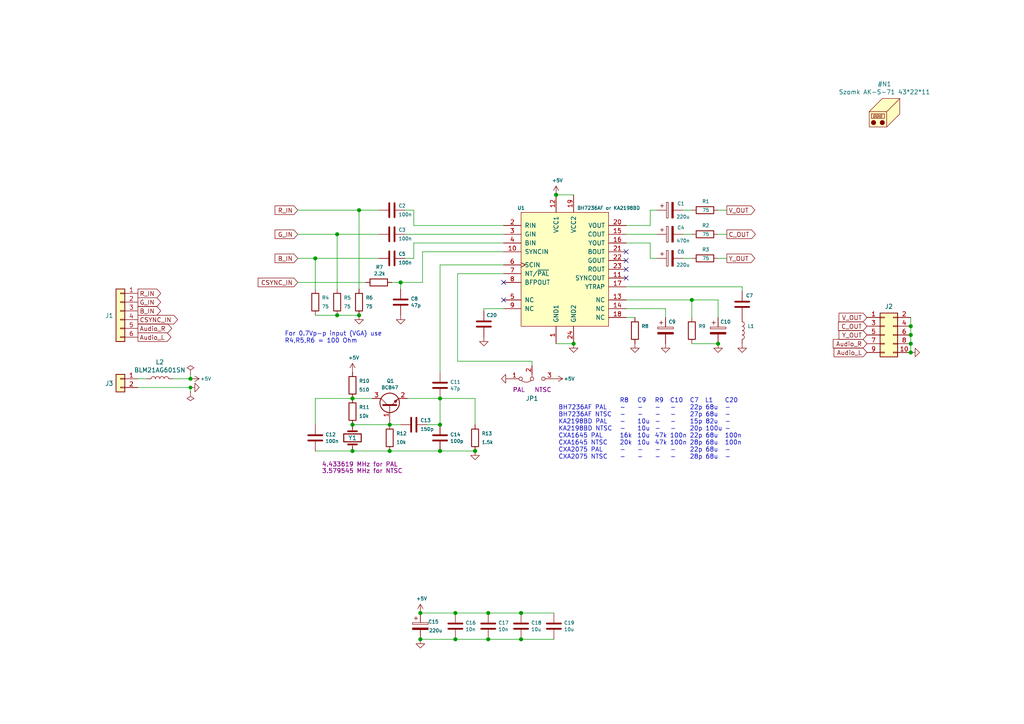
<source format=kicad_sch>
(kicad_sch (version 20211123) (generator eeschema)

  (uuid b5bdea5f-d37f-4463-b6ac-c8b79446d60f)

  (paper "A4")

  (title_block
    (title "RGB to SVideo converter")
    (date "2022-12-04")
    (rev "A2")
  )

  (lib_symbols
    (symbol "Connector_Generic:Conn_01x02" (pin_names (offset 1.016) hide) (in_bom yes) (on_board yes)
      (property "Reference" "J" (id 0) (at 0 2.54 0)
        (effects (font (size 1.27 1.27)))
      )
      (property "Value" "Conn_01x02" (id 1) (at 0 -5.08 0)
        (effects (font (size 1.27 1.27)))
      )
      (property "Footprint" "" (id 2) (at 0 0 0)
        (effects (font (size 1.27 1.27)) hide)
      )
      (property "Datasheet" "~" (id 3) (at 0 0 0)
        (effects (font (size 1.27 1.27)) hide)
      )
      (property "ki_keywords" "connector" (id 4) (at 0 0 0)
        (effects (font (size 1.27 1.27)) hide)
      )
      (property "ki_description" "Generic connector, single row, 01x02, script generated (kicad-library-utils/schlib/autogen/connector/)" (id 5) (at 0 0 0)
        (effects (font (size 1.27 1.27)) hide)
      )
      (property "ki_fp_filters" "Connector*:*_1x??_*" (id 6) (at 0 0 0)
        (effects (font (size 1.27 1.27)) hide)
      )
      (symbol "Conn_01x02_1_1"
        (rectangle (start -1.27 -2.413) (end 0 -2.667)
          (stroke (width 0.1524) (type default) (color 0 0 0 0))
          (fill (type none))
        )
        (rectangle (start -1.27 0.127) (end 0 -0.127)
          (stroke (width 0.1524) (type default) (color 0 0 0 0))
          (fill (type none))
        )
        (rectangle (start -1.27 1.27) (end 1.27 -3.81)
          (stroke (width 0.254) (type default) (color 0 0 0 0))
          (fill (type background))
        )
        (pin passive line (at -5.08 0 0) (length 3.81)
          (name "Pin_1" (effects (font (size 1.27 1.27))))
          (number "1" (effects (font (size 1.27 1.27))))
        )
        (pin passive line (at -5.08 -2.54 0) (length 3.81)
          (name "Pin_2" (effects (font (size 1.27 1.27))))
          (number "2" (effects (font (size 1.27 1.27))))
        )
      )
    )
    (symbol "Connector_Generic:Conn_01x06" (pin_names (offset 1.016) hide) (in_bom yes) (on_board yes)
      (property "Reference" "J" (id 0) (at 0 7.62 0)
        (effects (font (size 1.27 1.27)))
      )
      (property "Value" "Conn_01x06" (id 1) (at 0 -10.16 0)
        (effects (font (size 1.27 1.27)))
      )
      (property "Footprint" "" (id 2) (at 0 0 0)
        (effects (font (size 1.27 1.27)) hide)
      )
      (property "Datasheet" "~" (id 3) (at 0 0 0)
        (effects (font (size 1.27 1.27)) hide)
      )
      (property "ki_keywords" "connector" (id 4) (at 0 0 0)
        (effects (font (size 1.27 1.27)) hide)
      )
      (property "ki_description" "Generic connector, single row, 01x06, script generated (kicad-library-utils/schlib/autogen/connector/)" (id 5) (at 0 0 0)
        (effects (font (size 1.27 1.27)) hide)
      )
      (property "ki_fp_filters" "Connector*:*_1x??_*" (id 6) (at 0 0 0)
        (effects (font (size 1.27 1.27)) hide)
      )
      (symbol "Conn_01x06_1_1"
        (rectangle (start -1.27 -7.493) (end 0 -7.747)
          (stroke (width 0.1524) (type default) (color 0 0 0 0))
          (fill (type none))
        )
        (rectangle (start -1.27 -4.953) (end 0 -5.207)
          (stroke (width 0.1524) (type default) (color 0 0 0 0))
          (fill (type none))
        )
        (rectangle (start -1.27 -2.413) (end 0 -2.667)
          (stroke (width 0.1524) (type default) (color 0 0 0 0))
          (fill (type none))
        )
        (rectangle (start -1.27 0.127) (end 0 -0.127)
          (stroke (width 0.1524) (type default) (color 0 0 0 0))
          (fill (type none))
        )
        (rectangle (start -1.27 2.667) (end 0 2.413)
          (stroke (width 0.1524) (type default) (color 0 0 0 0))
          (fill (type none))
        )
        (rectangle (start -1.27 5.207) (end 0 4.953)
          (stroke (width 0.1524) (type default) (color 0 0 0 0))
          (fill (type none))
        )
        (rectangle (start -1.27 6.35) (end 1.27 -8.89)
          (stroke (width 0.254) (type default) (color 0 0 0 0))
          (fill (type background))
        )
        (pin passive line (at -5.08 5.08 0) (length 3.81)
          (name "Pin_1" (effects (font (size 1.27 1.27))))
          (number "1" (effects (font (size 1.27 1.27))))
        )
        (pin passive line (at -5.08 2.54 0) (length 3.81)
          (name "Pin_2" (effects (font (size 1.27 1.27))))
          (number "2" (effects (font (size 1.27 1.27))))
        )
        (pin passive line (at -5.08 0 0) (length 3.81)
          (name "Pin_3" (effects (font (size 1.27 1.27))))
          (number "3" (effects (font (size 1.27 1.27))))
        )
        (pin passive line (at -5.08 -2.54 0) (length 3.81)
          (name "Pin_4" (effects (font (size 1.27 1.27))))
          (number "4" (effects (font (size 1.27 1.27))))
        )
        (pin passive line (at -5.08 -5.08 0) (length 3.81)
          (name "Pin_5" (effects (font (size 1.27 1.27))))
          (number "5" (effects (font (size 1.27 1.27))))
        )
        (pin passive line (at -5.08 -7.62 0) (length 3.81)
          (name "Pin_6" (effects (font (size 1.27 1.27))))
          (number "6" (effects (font (size 1.27 1.27))))
        )
      )
    )
    (symbol "Connector_Generic:Conn_02x05_Odd_Even" (pin_names (offset 1.016) hide) (in_bom yes) (on_board yes)
      (property "Reference" "J" (id 0) (at 1.27 7.62 0)
        (effects (font (size 1.27 1.27)))
      )
      (property "Value" "Conn_02x05_Odd_Even" (id 1) (at 1.27 -7.62 0)
        (effects (font (size 1.27 1.27)))
      )
      (property "Footprint" "" (id 2) (at 0 0 0)
        (effects (font (size 1.27 1.27)) hide)
      )
      (property "Datasheet" "~" (id 3) (at 0 0 0)
        (effects (font (size 1.27 1.27)) hide)
      )
      (property "ki_keywords" "connector" (id 4) (at 0 0 0)
        (effects (font (size 1.27 1.27)) hide)
      )
      (property "ki_description" "Generic connector, double row, 02x05, odd/even pin numbering scheme (row 1 odd numbers, row 2 even numbers), script generated (kicad-library-utils/schlib/autogen/connector/)" (id 5) (at 0 0 0)
        (effects (font (size 1.27 1.27)) hide)
      )
      (property "ki_fp_filters" "Connector*:*_2x??_*" (id 6) (at 0 0 0)
        (effects (font (size 1.27 1.27)) hide)
      )
      (symbol "Conn_02x05_Odd_Even_1_1"
        (rectangle (start -1.27 -4.953) (end 0 -5.207)
          (stroke (width 0.1524) (type default) (color 0 0 0 0))
          (fill (type none))
        )
        (rectangle (start -1.27 -2.413) (end 0 -2.667)
          (stroke (width 0.1524) (type default) (color 0 0 0 0))
          (fill (type none))
        )
        (rectangle (start -1.27 0.127) (end 0 -0.127)
          (stroke (width 0.1524) (type default) (color 0 0 0 0))
          (fill (type none))
        )
        (rectangle (start -1.27 2.667) (end 0 2.413)
          (stroke (width 0.1524) (type default) (color 0 0 0 0))
          (fill (type none))
        )
        (rectangle (start -1.27 5.207) (end 0 4.953)
          (stroke (width 0.1524) (type default) (color 0 0 0 0))
          (fill (type none))
        )
        (rectangle (start -1.27 6.35) (end 3.81 -6.35)
          (stroke (width 0.254) (type default) (color 0 0 0 0))
          (fill (type background))
        )
        (rectangle (start 3.81 -4.953) (end 2.54 -5.207)
          (stroke (width 0.1524) (type default) (color 0 0 0 0))
          (fill (type none))
        )
        (rectangle (start 3.81 -2.413) (end 2.54 -2.667)
          (stroke (width 0.1524) (type default) (color 0 0 0 0))
          (fill (type none))
        )
        (rectangle (start 3.81 0.127) (end 2.54 -0.127)
          (stroke (width 0.1524) (type default) (color 0 0 0 0))
          (fill (type none))
        )
        (rectangle (start 3.81 2.667) (end 2.54 2.413)
          (stroke (width 0.1524) (type default) (color 0 0 0 0))
          (fill (type none))
        )
        (rectangle (start 3.81 5.207) (end 2.54 4.953)
          (stroke (width 0.1524) (type default) (color 0 0 0 0))
          (fill (type none))
        )
        (pin passive line (at -5.08 5.08 0) (length 3.81)
          (name "Pin_1" (effects (font (size 1.27 1.27))))
          (number "1" (effects (font (size 1.27 1.27))))
        )
        (pin passive line (at 7.62 -5.08 180) (length 3.81)
          (name "Pin_10" (effects (font (size 1.27 1.27))))
          (number "10" (effects (font (size 1.27 1.27))))
        )
        (pin passive line (at 7.62 5.08 180) (length 3.81)
          (name "Pin_2" (effects (font (size 1.27 1.27))))
          (number "2" (effects (font (size 1.27 1.27))))
        )
        (pin passive line (at -5.08 2.54 0) (length 3.81)
          (name "Pin_3" (effects (font (size 1.27 1.27))))
          (number "3" (effects (font (size 1.27 1.27))))
        )
        (pin passive line (at 7.62 2.54 180) (length 3.81)
          (name "Pin_4" (effects (font (size 1.27 1.27))))
          (number "4" (effects (font (size 1.27 1.27))))
        )
        (pin passive line (at -5.08 0 0) (length 3.81)
          (name "Pin_5" (effects (font (size 1.27 1.27))))
          (number "5" (effects (font (size 1.27 1.27))))
        )
        (pin passive line (at 7.62 0 180) (length 3.81)
          (name "Pin_6" (effects (font (size 1.27 1.27))))
          (number "6" (effects (font (size 1.27 1.27))))
        )
        (pin passive line (at -5.08 -2.54 0) (length 3.81)
          (name "Pin_7" (effects (font (size 1.27 1.27))))
          (number "7" (effects (font (size 1.27 1.27))))
        )
        (pin passive line (at 7.62 -2.54 180) (length 3.81)
          (name "Pin_8" (effects (font (size 1.27 1.27))))
          (number "8" (effects (font (size 1.27 1.27))))
        )
        (pin passive line (at -5.08 -5.08 0) (length 3.81)
          (name "Pin_9" (effects (font (size 1.27 1.27))))
          (number "9" (effects (font (size 1.27 1.27))))
        )
      )
    )
    (symbol "Device:C" (pin_numbers hide) (pin_names (offset 0.254)) (in_bom yes) (on_board yes)
      (property "Reference" "C" (id 0) (at 0.635 2.54 0)
        (effects (font (size 1.27 1.27)) (justify left))
      )
      (property "Value" "C" (id 1) (at 0.635 -2.54 0)
        (effects (font (size 1.27 1.27)) (justify left))
      )
      (property "Footprint" "" (id 2) (at 0.9652 -3.81 0)
        (effects (font (size 1.27 1.27)) hide)
      )
      (property "Datasheet" "~" (id 3) (at 0 0 0)
        (effects (font (size 1.27 1.27)) hide)
      )
      (property "ki_keywords" "cap capacitor" (id 4) (at 0 0 0)
        (effects (font (size 1.27 1.27)) hide)
      )
      (property "ki_description" "Unpolarized capacitor" (id 5) (at 0 0 0)
        (effects (font (size 1.27 1.27)) hide)
      )
      (property "ki_fp_filters" "C_*" (id 6) (at 0 0 0)
        (effects (font (size 1.27 1.27)) hide)
      )
      (symbol "C_0_1"
        (polyline
          (pts
            (xy -2.032 -0.762)
            (xy 2.032 -0.762)
          )
          (stroke (width 0.508) (type default) (color 0 0 0 0))
          (fill (type none))
        )
        (polyline
          (pts
            (xy -2.032 0.762)
            (xy 2.032 0.762)
          )
          (stroke (width 0.508) (type default) (color 0 0 0 0))
          (fill (type none))
        )
      )
      (symbol "C_1_1"
        (pin passive line (at 0 3.81 270) (length 2.794)
          (name "~" (effects (font (size 1.27 1.27))))
          (number "1" (effects (font (size 1.27 1.27))))
        )
        (pin passive line (at 0 -3.81 90) (length 2.794)
          (name "~" (effects (font (size 1.27 1.27))))
          (number "2" (effects (font (size 1.27 1.27))))
        )
      )
    )
    (symbol "Device:C_Polarized" (pin_numbers hide) (pin_names (offset 0.254)) (in_bom yes) (on_board yes)
      (property "Reference" "C" (id 0) (at 0.635 2.54 0)
        (effects (font (size 1.27 1.27)) (justify left))
      )
      (property "Value" "C_Polarized" (id 1) (at 0.635 -2.54 0)
        (effects (font (size 1.27 1.27)) (justify left))
      )
      (property "Footprint" "" (id 2) (at 0.9652 -3.81 0)
        (effects (font (size 1.27 1.27)) hide)
      )
      (property "Datasheet" "~" (id 3) (at 0 0 0)
        (effects (font (size 1.27 1.27)) hide)
      )
      (property "ki_keywords" "cap capacitor" (id 4) (at 0 0 0)
        (effects (font (size 1.27 1.27)) hide)
      )
      (property "ki_description" "Polarized capacitor" (id 5) (at 0 0 0)
        (effects (font (size 1.27 1.27)) hide)
      )
      (property "ki_fp_filters" "CP_*" (id 6) (at 0 0 0)
        (effects (font (size 1.27 1.27)) hide)
      )
      (symbol "C_Polarized_0_1"
        (rectangle (start -2.286 0.508) (end 2.286 1.016)
          (stroke (width 0) (type default) (color 0 0 0 0))
          (fill (type none))
        )
        (polyline
          (pts
            (xy -1.778 2.286)
            (xy -0.762 2.286)
          )
          (stroke (width 0) (type default) (color 0 0 0 0))
          (fill (type none))
        )
        (polyline
          (pts
            (xy -1.27 2.794)
            (xy -1.27 1.778)
          )
          (stroke (width 0) (type default) (color 0 0 0 0))
          (fill (type none))
        )
        (rectangle (start 2.286 -0.508) (end -2.286 -1.016)
          (stroke (width 0) (type default) (color 0 0 0 0))
          (fill (type outline))
        )
      )
      (symbol "C_Polarized_1_1"
        (pin passive line (at 0 3.81 270) (length 2.794)
          (name "~" (effects (font (size 1.27 1.27))))
          (number "1" (effects (font (size 1.27 1.27))))
        )
        (pin passive line (at 0 -3.81 90) (length 2.794)
          (name "~" (effects (font (size 1.27 1.27))))
          (number "2" (effects (font (size 1.27 1.27))))
        )
      )
    )
    (symbol "Device:Crystal" (pin_numbers hide) (pin_names (offset 1.016) hide) (in_bom yes) (on_board yes)
      (property "Reference" "Y" (id 0) (at 0 3.81 0)
        (effects (font (size 1.27 1.27)))
      )
      (property "Value" "Crystal" (id 1) (at 0 -3.81 0)
        (effects (font (size 1.27 1.27)))
      )
      (property "Footprint" "" (id 2) (at 0 0 0)
        (effects (font (size 1.27 1.27)) hide)
      )
      (property "Datasheet" "~" (id 3) (at 0 0 0)
        (effects (font (size 1.27 1.27)) hide)
      )
      (property "ki_keywords" "quartz ceramic resonator oscillator" (id 4) (at 0 0 0)
        (effects (font (size 1.27 1.27)) hide)
      )
      (property "ki_description" "Two pin crystal" (id 5) (at 0 0 0)
        (effects (font (size 1.27 1.27)) hide)
      )
      (property "ki_fp_filters" "Crystal*" (id 6) (at 0 0 0)
        (effects (font (size 1.27 1.27)) hide)
      )
      (symbol "Crystal_0_1"
        (rectangle (start -1.143 2.54) (end 1.143 -2.54)
          (stroke (width 0.3048) (type default) (color 0 0 0 0))
          (fill (type none))
        )
        (polyline
          (pts
            (xy -2.54 0)
            (xy -1.905 0)
          )
          (stroke (width 0) (type default) (color 0 0 0 0))
          (fill (type none))
        )
        (polyline
          (pts
            (xy -1.905 -1.27)
            (xy -1.905 1.27)
          )
          (stroke (width 0.508) (type default) (color 0 0 0 0))
          (fill (type none))
        )
        (polyline
          (pts
            (xy 1.905 -1.27)
            (xy 1.905 1.27)
          )
          (stroke (width 0.508) (type default) (color 0 0 0 0))
          (fill (type none))
        )
        (polyline
          (pts
            (xy 2.54 0)
            (xy 1.905 0)
          )
          (stroke (width 0) (type default) (color 0 0 0 0))
          (fill (type none))
        )
      )
      (symbol "Crystal_1_1"
        (pin passive line (at -3.81 0 0) (length 1.27)
          (name "1" (effects (font (size 1.27 1.27))))
          (number "1" (effects (font (size 1.27 1.27))))
        )
        (pin passive line (at 3.81 0 180) (length 1.27)
          (name "2" (effects (font (size 1.27 1.27))))
          (number "2" (effects (font (size 1.27 1.27))))
        )
      )
    )
    (symbol "Device:L" (pin_numbers hide) (pin_names (offset 1.016) hide) (in_bom yes) (on_board yes)
      (property "Reference" "L" (id 0) (at -1.27 0 90)
        (effects (font (size 1.27 1.27)))
      )
      (property "Value" "L" (id 1) (at 1.905 0 90)
        (effects (font (size 1.27 1.27)))
      )
      (property "Footprint" "" (id 2) (at 0 0 0)
        (effects (font (size 1.27 1.27)) hide)
      )
      (property "Datasheet" "~" (id 3) (at 0 0 0)
        (effects (font (size 1.27 1.27)) hide)
      )
      (property "ki_keywords" "inductor choke coil reactor magnetic" (id 4) (at 0 0 0)
        (effects (font (size 1.27 1.27)) hide)
      )
      (property "ki_description" "Inductor" (id 5) (at 0 0 0)
        (effects (font (size 1.27 1.27)) hide)
      )
      (property "ki_fp_filters" "Choke_* *Coil* Inductor_* L_*" (id 6) (at 0 0 0)
        (effects (font (size 1.27 1.27)) hide)
      )
      (symbol "L_0_1"
        (arc (start 0 -2.54) (mid 0.635 -1.905) (end 0 -1.27)
          (stroke (width 0) (type default) (color 0 0 0 0))
          (fill (type none))
        )
        (arc (start 0 -1.27) (mid 0.635 -0.635) (end 0 0)
          (stroke (width 0) (type default) (color 0 0 0 0))
          (fill (type none))
        )
        (arc (start 0 0) (mid 0.635 0.635) (end 0 1.27)
          (stroke (width 0) (type default) (color 0 0 0 0))
          (fill (type none))
        )
        (arc (start 0 1.27) (mid 0.635 1.905) (end 0 2.54)
          (stroke (width 0) (type default) (color 0 0 0 0))
          (fill (type none))
        )
      )
      (symbol "L_1_1"
        (pin passive line (at 0 3.81 270) (length 1.27)
          (name "1" (effects (font (size 1.27 1.27))))
          (number "1" (effects (font (size 1.27 1.27))))
        )
        (pin passive line (at 0 -3.81 90) (length 1.27)
          (name "2" (effects (font (size 1.27 1.27))))
          (number "2" (effects (font (size 1.27 1.27))))
        )
      )
    )
    (symbol "Device:R" (pin_numbers hide) (pin_names (offset 0)) (in_bom yes) (on_board yes)
      (property "Reference" "R" (id 0) (at 2.032 0 90)
        (effects (font (size 1.27 1.27)))
      )
      (property "Value" "R" (id 1) (at 0 0 90)
        (effects (font (size 1.27 1.27)))
      )
      (property "Footprint" "" (id 2) (at -1.778 0 90)
        (effects (font (size 1.27 1.27)) hide)
      )
      (property "Datasheet" "~" (id 3) (at 0 0 0)
        (effects (font (size 1.27 1.27)) hide)
      )
      (property "ki_keywords" "R res resistor" (id 4) (at 0 0 0)
        (effects (font (size 1.27 1.27)) hide)
      )
      (property "ki_description" "Resistor" (id 5) (at 0 0 0)
        (effects (font (size 1.27 1.27)) hide)
      )
      (property "ki_fp_filters" "R_*" (id 6) (at 0 0 0)
        (effects (font (size 1.27 1.27)) hide)
      )
      (symbol "R_0_1"
        (rectangle (start -1.016 -2.54) (end 1.016 2.54)
          (stroke (width 0.254) (type default) (color 0 0 0 0))
          (fill (type none))
        )
      )
      (symbol "R_1_1"
        (pin passive line (at 0 3.81 270) (length 1.27)
          (name "~" (effects (font (size 1.27 1.27))))
          (number "1" (effects (font (size 1.27 1.27))))
        )
        (pin passive line (at 0 -3.81 90) (length 1.27)
          (name "~" (effects (font (size 1.27 1.27))))
          (number "2" (effects (font (size 1.27 1.27))))
        )
      )
    )
    (symbol "Jumper:Jumper_3_Bridged12" (pin_names (offset 0) hide) (in_bom yes) (on_board yes)
      (property "Reference" "JP" (id 0) (at -2.54 -2.54 0)
        (effects (font (size 1.27 1.27)))
      )
      (property "Value" "Jumper_3_Bridged12" (id 1) (at 0 2.794 0)
        (effects (font (size 1.27 1.27)))
      )
      (property "Footprint" "" (id 2) (at 0 0 0)
        (effects (font (size 1.27 1.27)) hide)
      )
      (property "Datasheet" "~" (id 3) (at 0 0 0)
        (effects (font (size 1.27 1.27)) hide)
      )
      (property "ki_keywords" "Jumper SPDT" (id 4) (at 0 0 0)
        (effects (font (size 1.27 1.27)) hide)
      )
      (property "ki_description" "Jumper, 3-pole, pins 1+2 closed/bridged" (id 5) (at 0 0 0)
        (effects (font (size 1.27 1.27)) hide)
      )
      (property "ki_fp_filters" "Jumper* TestPoint*3Pads* TestPoint*Bridge*" (id 6) (at 0 0 0)
        (effects (font (size 1.27 1.27)) hide)
      )
      (symbol "Jumper_3_Bridged12_0_0"
        (circle (center -3.302 0) (radius 0.508)
          (stroke (width 0) (type default) (color 0 0 0 0))
          (fill (type none))
        )
        (circle (center 0 0) (radius 0.508)
          (stroke (width 0) (type default) (color 0 0 0 0))
          (fill (type none))
        )
        (circle (center 3.302 0) (radius 0.508)
          (stroke (width 0) (type default) (color 0 0 0 0))
          (fill (type none))
        )
      )
      (symbol "Jumper_3_Bridged12_0_1"
        (arc (start -0.254 0.508) (mid -1.651 0.9912) (end -3.048 0.508)
          (stroke (width 0) (type default) (color 0 0 0 0))
          (fill (type none))
        )
        (polyline
          (pts
            (xy 0 -1.27)
            (xy 0 -0.508)
          )
          (stroke (width 0) (type default) (color 0 0 0 0))
          (fill (type none))
        )
      )
      (symbol "Jumper_3_Bridged12_1_1"
        (pin passive line (at -6.35 0 0) (length 2.54)
          (name "A" (effects (font (size 1.27 1.27))))
          (number "1" (effects (font (size 1.27 1.27))))
        )
        (pin passive line (at 0 -3.81 90) (length 2.54)
          (name "C" (effects (font (size 1.27 1.27))))
          (number "2" (effects (font (size 1.27 1.27))))
        )
        (pin passive line (at 6.35 0 180) (length 2.54)
          (name "B" (effects (font (size 1.27 1.27))))
          (number "3" (effects (font (size 1.27 1.27))))
        )
      )
    )
    (symbol "Mechanical:Housing" (pin_names (offset 1.016)) (in_bom yes) (on_board yes)
      (property "Reference" "N" (id 0) (at 3.81 0 0)
        (effects (font (size 1.27 1.27)) (justify left))
      )
      (property "Value" "Housing" (id 1) (at 3.81 -1.905 0)
        (effects (font (size 1.27 1.27)) (justify left))
      )
      (property "Footprint" "" (id 2) (at 1.27 1.27 0)
        (effects (font (size 1.27 1.27)) hide)
      )
      (property "Datasheet" "~" (id 3) (at 1.27 1.27 0)
        (effects (font (size 1.27 1.27)) hide)
      )
      (property "ki_keywords" "housing enclosure" (id 4) (at 0 0 0)
        (effects (font (size 1.27 1.27)) hide)
      )
      (property "ki_description" "Housing" (id 5) (at 0 0 0)
        (effects (font (size 1.27 1.27)) hide)
      )
      (property "ki_fp_filters" "Enclosure* Housing*" (id 6) (at 0 0 0)
        (effects (font (size 1.27 1.27)) hide)
      )
      (symbol "Housing_0_1"
        (rectangle (start -5.08 -0.635) (end -1.27 -1.905)
          (stroke (width 0) (type default) (color 0 0 0 0))
          (fill (type none))
        )
        (circle (center -4.445 -3.175) (radius 0.635)
          (stroke (width 0) (type default) (color 0 0 0 0))
          (fill (type outline))
        )
        (circle (center -1.905 -3.175) (radius 0.635)
          (stroke (width 0) (type default) (color 0 0 0 0))
          (fill (type outline))
        )
        (polyline
          (pts
            (xy -4.5212 -1.5748)
            (xy -4.4704 -1.3716)
          )
          (stroke (width 0) (type default) (color 0 0 0 0))
          (fill (type none))
        )
        (polyline
          (pts
            (xy -4.4196 -1.6764)
            (xy -4.064 -1.6764)
          )
          (stroke (width 0) (type default) (color 0 0 0 0))
          (fill (type none))
        )
        (polyline
          (pts
            (xy -4.4196 -1.2192)
            (xy -4.3688 -0.9652)
          )
          (stroke (width 0) (type default) (color 0 0 0 0))
          (fill (type none))
        )
        (polyline
          (pts
            (xy -4.318 -1.3208)
            (xy -4.0132 -1.3208)
          )
          (stroke (width 0) (type default) (color 0 0 0 0))
          (fill (type none))
        )
        (polyline
          (pts
            (xy -4.2164 -0.9144)
            (xy -3.9116 -0.9144)
          )
          (stroke (width 0) (type default) (color 0 0 0 0))
          (fill (type none))
        )
        (polyline
          (pts
            (xy -3.9116 -1.6256)
            (xy -3.8608 -1.3716)
          )
          (stroke (width 0) (type default) (color 0 0 0 0))
          (fill (type none))
        )
        (polyline
          (pts
            (xy -3.81 -1.2192)
            (xy -3.7592 -0.9652)
          )
          (stroke (width 0) (type default) (color 0 0 0 0))
          (fill (type none))
        )
        (polyline
          (pts
            (xy -3.6068 -1.5748)
            (xy -3.556 -1.3716)
          )
          (stroke (width 0) (type default) (color 0 0 0 0))
          (fill (type none))
        )
        (polyline
          (pts
            (xy -3.5052 -1.6764)
            (xy -3.1496 -1.6764)
          )
          (stroke (width 0) (type default) (color 0 0 0 0))
          (fill (type none))
        )
        (polyline
          (pts
            (xy -3.5052 -1.2192)
            (xy -3.4544 -0.9652)
          )
          (stroke (width 0) (type default) (color 0 0 0 0))
          (fill (type none))
        )
        (polyline
          (pts
            (xy -3.4036 -1.3208)
            (xy -3.0988 -1.3208)
          )
          (stroke (width 0) (type default) (color 0 0 0 0))
          (fill (type none))
        )
        (polyline
          (pts
            (xy -3.302 -0.9144)
            (xy -2.9972 -0.9144)
          )
          (stroke (width 0) (type default) (color 0 0 0 0))
          (fill (type none))
        )
        (polyline
          (pts
            (xy -2.9972 -1.6256)
            (xy -2.9464 -1.3716)
          )
          (stroke (width 0) (type default) (color 0 0 0 0))
          (fill (type none))
        )
        (polyline
          (pts
            (xy -2.8956 -1.2192)
            (xy -2.8448 -0.9652)
          )
          (stroke (width 0) (type default) (color 0 0 0 0))
          (fill (type none))
        )
        (polyline
          (pts
            (xy -2.6924 -1.5748)
            (xy -2.6416 -1.3716)
          )
          (stroke (width 0) (type default) (color 0 0 0 0))
          (fill (type none))
        )
        (polyline
          (pts
            (xy -2.5908 -1.6764)
            (xy -2.2352 -1.6764)
          )
          (stroke (width 0) (type default) (color 0 0 0 0))
          (fill (type none))
        )
        (polyline
          (pts
            (xy -2.5908 -1.2192)
            (xy -2.54 -0.9652)
          )
          (stroke (width 0) (type default) (color 0 0 0 0))
          (fill (type none))
        )
        (polyline
          (pts
            (xy -2.4892 -1.3208)
            (xy -2.1844 -1.3208)
          )
          (stroke (width 0) (type default) (color 0 0 0 0))
          (fill (type none))
        )
        (polyline
          (pts
            (xy -2.3876 -0.9144)
            (xy -2.0828 -0.9144)
          )
          (stroke (width 0) (type default) (color 0 0 0 0))
          (fill (type none))
        )
        (polyline
          (pts
            (xy -2.0828 -1.6256)
            (xy -2.032 -1.3716)
          )
          (stroke (width 0) (type default) (color 0 0 0 0))
          (fill (type none))
        )
        (polyline
          (pts
            (xy -1.9812 -1.2192)
            (xy -1.9304 -0.9652)
          )
          (stroke (width 0) (type default) (color 0 0 0 0))
          (fill (type none))
        )
        (polyline
          (pts
            (xy -0.635 0)
            (xy -0.635 -4.445)
          )
          (stroke (width 0) (type default) (color 0 0 0 0))
          (fill (type none))
        )
        (polyline
          (pts
            (xy -5.715 0)
            (xy -0.635 0)
            (xy 3.175 3.81)
          )
          (stroke (width 0) (type default) (color 0 0 0 0))
          (fill (type none))
        )
        (polyline
          (pts
            (xy -5.715 0)
            (xy -5.715 -4.445)
            (xy -0.635 -4.445)
            (xy 3.175 -0.635)
            (xy 3.175 3.81)
            (xy -1.905 3.81)
            (xy -5.715 0)
          )
          (stroke (width 0) (type default) (color 0 0 0 0))
          (fill (type background))
        )
      )
    )
    (symbol "Transistor_BJT:BC847" (pin_names (offset 0) hide) (in_bom yes) (on_board yes)
      (property "Reference" "Q" (id 0) (at 5.08 1.905 0)
        (effects (font (size 1.27 1.27)) (justify left))
      )
      (property "Value" "BC847" (id 1) (at 5.08 0 0)
        (effects (font (size 1.27 1.27)) (justify left))
      )
      (property "Footprint" "Package_TO_SOT_SMD:SOT-23" (id 2) (at 5.08 -1.905 0)
        (effects (font (size 1.27 1.27) italic) (justify left) hide)
      )
      (property "Datasheet" "http://www.infineon.com/dgdl/Infineon-BC847SERIES_BC848SERIES_BC849SERIES_BC850SERIES-DS-v01_01-en.pdf?fileId=db3a304314dca389011541d4630a1657" (id 3) (at 0 0 0)
        (effects (font (size 1.27 1.27)) (justify left) hide)
      )
      (property "ki_keywords" "NPN Small Signal Transistor" (id 4) (at 0 0 0)
        (effects (font (size 1.27 1.27)) hide)
      )
      (property "ki_description" "0.1A Ic, 45V Vce, NPN Transistor, SOT-23" (id 5) (at 0 0 0)
        (effects (font (size 1.27 1.27)) hide)
      )
      (property "ki_fp_filters" "SOT?23*" (id 6) (at 0 0 0)
        (effects (font (size 1.27 1.27)) hide)
      )
      (symbol "BC847_0_1"
        (polyline
          (pts
            (xy 0.635 0.635)
            (xy 2.54 2.54)
          )
          (stroke (width 0) (type default) (color 0 0 0 0))
          (fill (type none))
        )
        (polyline
          (pts
            (xy 0.635 -0.635)
            (xy 2.54 -2.54)
            (xy 2.54 -2.54)
          )
          (stroke (width 0) (type default) (color 0 0 0 0))
          (fill (type none))
        )
        (polyline
          (pts
            (xy 0.635 1.905)
            (xy 0.635 -1.905)
            (xy 0.635 -1.905)
          )
          (stroke (width 0.508) (type default) (color 0 0 0 0))
          (fill (type none))
        )
        (polyline
          (pts
            (xy 1.27 -1.778)
            (xy 1.778 -1.27)
            (xy 2.286 -2.286)
            (xy 1.27 -1.778)
            (xy 1.27 -1.778)
          )
          (stroke (width 0) (type default) (color 0 0 0 0))
          (fill (type outline))
        )
        (circle (center 1.27 0) (radius 2.8194)
          (stroke (width 0.254) (type default) (color 0 0 0 0))
          (fill (type none))
        )
      )
      (symbol "BC847_1_1"
        (pin input line (at -5.08 0 0) (length 5.715)
          (name "B" (effects (font (size 1.27 1.27))))
          (number "1" (effects (font (size 1.27 1.27))))
        )
        (pin passive line (at 2.54 -5.08 90) (length 2.54)
          (name "E" (effects (font (size 1.27 1.27))))
          (number "2" (effects (font (size 1.27 1.27))))
        )
        (pin passive line (at 2.54 5.08 270) (length 2.54)
          (name "C" (effects (font (size 1.27 1.27))))
          (number "3" (effects (font (size 1.27 1.27))))
        )
      )
    )
    (symbol "my:BH7236AF" (pin_names (offset 1.016)) (in_bom yes) (on_board yes)
      (property "Reference" "U" (id 0) (at -11.43 17.78 0)
        (effects (font (size 0.9906 0.9906)))
      )
      (property "Value" "BH7236AF" (id 1) (at 7.62 17.78 0)
        (effects (font (size 0.9906 0.9906)))
      )
      (property "Footprint" "" (id 2) (at -2.54 17.78 0)
        (effects (font (size 0.9906 0.9906)) hide)
      )
      (property "Datasheet" "" (id 3) (at -2.54 17.78 0)
        (effects (font (size 0.9906 0.9906)) hide)
      )
      (property "ki_fp_filters" "Package_SO:SOP-24_7.5x15.4mm_P1.27mm" (id 4) (at 0 0 0)
        (effects (font (size 1.27 1.27)) hide)
      )
      (symbol "BH7236AF_0_0"
        (pin power_in line (at -2.54 -21.59 90) (length 5.08)
          (name "GND1" (effects (font (size 1.27 1.27))))
          (number "1" (effects (font (size 1.27 1.27))))
        )
        (pin input line (at -17.78 5.08 0) (length 5.08)
          (name "SYNCIN" (effects (font (size 1.27 1.27))))
          (number "10" (effects (font (size 1.27 1.27))))
        )
        (pin output line (at 17.78 -2.54 180) (length 5.08)
          (name "SYNCOUT" (effects (font (size 1.27 1.27))))
          (number "11" (effects (font (size 1.27 1.27))))
        )
        (pin power_in line (at -2.54 21.59 270) (length 5.08)
          (name "VCC1" (effects (font (size 1.27 1.27))))
          (number "12" (effects (font (size 1.27 1.27))))
        )
        (pin unspecified line (at 17.78 -8.89 180) (length 5.08)
          (name "NC" (effects (font (size 1.27 1.27))))
          (number "13" (effects (font (size 1.27 1.27))))
        )
        (pin unspecified line (at 17.78 -11.43 180) (length 5.08)
          (name "NC" (effects (font (size 1.27 1.27))))
          (number "14" (effects (font (size 1.27 1.27))))
        )
        (pin output line (at 17.78 10.16 180) (length 5.08)
          (name "COUT" (effects (font (size 1.27 1.27))))
          (number "15" (effects (font (size 1.27 1.27))))
        )
        (pin output line (at 17.78 7.62 180) (length 5.08)
          (name "YOUT" (effects (font (size 1.27 1.27))))
          (number "16" (effects (font (size 1.27 1.27))))
        )
        (pin output line (at 17.78 -5.08 180) (length 5.08)
          (name "YTRAP" (effects (font (size 1.27 1.27))))
          (number "17" (effects (font (size 1.27 1.27))))
        )
        (pin unspecified line (at 17.78 -13.97 180) (length 5.08)
          (name "NC" (effects (font (size 1.27 1.27))))
          (number "18" (effects (font (size 1.27 1.27))))
        )
        (pin power_in line (at 2.54 21.59 270) (length 5.08)
          (name "VCC2" (effects (font (size 1.27 1.27))))
          (number "19" (effects (font (size 1.27 1.27))))
        )
        (pin input line (at -17.78 12.7 0) (length 5.08)
          (name "RIN" (effects (font (size 1.27 1.27))))
          (number "2" (effects (font (size 1.27 1.27))))
        )
        (pin output line (at 17.78 12.7 180) (length 5.08)
          (name "VOUT" (effects (font (size 1.27 1.27))))
          (number "20" (effects (font (size 1.27 1.27))))
        )
        (pin output line (at 17.78 5.08 180) (length 5.08)
          (name "BOUT" (effects (font (size 1.27 1.27))))
          (number "21" (effects (font (size 1.27 1.27))))
        )
        (pin output line (at 17.78 2.54 180) (length 5.08)
          (name "GOUT" (effects (font (size 1.27 1.27))))
          (number "22" (effects (font (size 1.27 1.27))))
        )
        (pin output line (at 17.78 0 180) (length 5.08)
          (name "ROUT" (effects (font (size 1.27 1.27))))
          (number "23" (effects (font (size 1.27 1.27))))
        )
        (pin power_in line (at 2.54 -21.59 90) (length 5.08)
          (name "GND2" (effects (font (size 1.27 1.27))))
          (number "24" (effects (font (size 1.27 1.27))))
        )
        (pin input line (at -17.78 10.16 0) (length 5.08)
          (name "GIN" (effects (font (size 1.27 1.27))))
          (number "3" (effects (font (size 1.27 1.27))))
        )
        (pin input line (at -17.78 7.62 0) (length 5.08)
          (name "BIN" (effects (font (size 1.27 1.27))))
          (number "4" (effects (font (size 1.27 1.27))))
        )
        (pin unspecified line (at -17.78 -8.89 0) (length 5.08)
          (name "NC" (effects (font (size 1.27 1.27))))
          (number "5" (effects (font (size 1.27 1.27))))
        )
        (pin input clock (at -17.78 1.27 0) (length 5.08)
          (name "SCIN" (effects (font (size 1.27 1.27))))
          (number "6" (effects (font (size 1.27 1.27))))
        )
        (pin input line (at -17.78 -1.27 0) (length 5.08)
          (name "NT/~{PAL}" (effects (font (size 1.27 1.27))))
          (number "7" (effects (font (size 1.27 1.27))))
        )
        (pin output line (at -17.78 -3.81 0) (length 5.08)
          (name "BFPOUT" (effects (font (size 1.27 1.27))))
          (number "8" (effects (font (size 1.27 1.27))))
        )
        (pin unspecified line (at -17.78 -11.43 0) (length 5.08)
          (name "NC" (effects (font (size 1.27 1.27))))
          (number "9" (effects (font (size 1.27 1.27))))
        )
      )
      (symbol "BH7236AF_0_1"
        (rectangle (start 12.7 16.51) (end -12.7 -16.51)
          (stroke (width 0) (type default) (color 0 0 0 0))
          (fill (type background))
        )
      )
    )
    (symbol "power:+5V" (power) (pin_names (offset 0)) (in_bom yes) (on_board yes)
      (property "Reference" "#PWR" (id 0) (at 0 -3.81 0)
        (effects (font (size 1.27 1.27)) hide)
      )
      (property "Value" "+5V" (id 1) (at 0 3.556 0)
        (effects (font (size 1.27 1.27)))
      )
      (property "Footprint" "" (id 2) (at 0 0 0)
        (effects (font (size 1.27 1.27)) hide)
      )
      (property "Datasheet" "" (id 3) (at 0 0 0)
        (effects (font (size 1.27 1.27)) hide)
      )
      (property "ki_keywords" "power-flag" (id 4) (at 0 0 0)
        (effects (font (size 1.27 1.27)) hide)
      )
      (property "ki_description" "Power symbol creates a global label with name \"+5V\"" (id 5) (at 0 0 0)
        (effects (font (size 1.27 1.27)) hide)
      )
      (symbol "+5V_0_1"
        (polyline
          (pts
            (xy -0.762 1.27)
            (xy 0 2.54)
          )
          (stroke (width 0) (type default) (color 0 0 0 0))
          (fill (type none))
        )
        (polyline
          (pts
            (xy 0 0)
            (xy 0 2.54)
          )
          (stroke (width 0) (type default) (color 0 0 0 0))
          (fill (type none))
        )
        (polyline
          (pts
            (xy 0 2.54)
            (xy 0.762 1.27)
          )
          (stroke (width 0) (type default) (color 0 0 0 0))
          (fill (type none))
        )
      )
      (symbol "+5V_1_1"
        (pin power_in line (at 0 0 90) (length 0) hide
          (name "+5V" (effects (font (size 1.27 1.27))))
          (number "1" (effects (font (size 1.27 1.27))))
        )
      )
    )
    (symbol "power:GND" (power) (pin_names (offset 0)) (in_bom yes) (on_board yes)
      (property "Reference" "#PWR" (id 0) (at 0 -6.35 0)
        (effects (font (size 1.27 1.27)) hide)
      )
      (property "Value" "GND" (id 1) (at 0 -3.81 0)
        (effects (font (size 1.27 1.27)))
      )
      (property "Footprint" "" (id 2) (at 0 0 0)
        (effects (font (size 1.27 1.27)) hide)
      )
      (property "Datasheet" "" (id 3) (at 0 0 0)
        (effects (font (size 1.27 1.27)) hide)
      )
      (property "ki_keywords" "power-flag" (id 4) (at 0 0 0)
        (effects (font (size 1.27 1.27)) hide)
      )
      (property "ki_description" "Power symbol creates a global label with name \"GND\" , ground" (id 5) (at 0 0 0)
        (effects (font (size 1.27 1.27)) hide)
      )
      (symbol "GND_0_1"
        (polyline
          (pts
            (xy 0 0)
            (xy 0 -1.27)
            (xy 1.27 -1.27)
            (xy 0 -2.54)
            (xy -1.27 -1.27)
            (xy 0 -1.27)
          )
          (stroke (width 0) (type default) (color 0 0 0 0))
          (fill (type none))
        )
      )
      (symbol "GND_1_1"
        (pin power_in line (at 0 0 270) (length 0) hide
          (name "GND" (effects (font (size 1.27 1.27))))
          (number "1" (effects (font (size 1.27 1.27))))
        )
      )
    )
    (symbol "power:PWR_FLAG" (power) (pin_numbers hide) (pin_names (offset 0) hide) (in_bom yes) (on_board yes)
      (property "Reference" "#FLG" (id 0) (at 0 1.905 0)
        (effects (font (size 1.27 1.27)) hide)
      )
      (property "Value" "PWR_FLAG" (id 1) (at 0 3.81 0)
        (effects (font (size 1.27 1.27)))
      )
      (property "Footprint" "" (id 2) (at 0 0 0)
        (effects (font (size 1.27 1.27)) hide)
      )
      (property "Datasheet" "~" (id 3) (at 0 0 0)
        (effects (font (size 1.27 1.27)) hide)
      )
      (property "ki_keywords" "power-flag" (id 4) (at 0 0 0)
        (effects (font (size 1.27 1.27)) hide)
      )
      (property "ki_description" "Special symbol for telling ERC where power comes from" (id 5) (at 0 0 0)
        (effects (font (size 1.27 1.27)) hide)
      )
      (symbol "PWR_FLAG_0_0"
        (pin power_out line (at 0 0 90) (length 0)
          (name "pwr" (effects (font (size 1.27 1.27))))
          (number "1" (effects (font (size 1.27 1.27))))
        )
      )
      (symbol "PWR_FLAG_0_1"
        (polyline
          (pts
            (xy 0 0)
            (xy 0 1.27)
            (xy -1.016 1.905)
            (xy 0 2.54)
            (xy 1.016 1.905)
            (xy 0 1.27)
          )
          (stroke (width 0) (type default) (color 0 0 0 0))
          (fill (type none))
        )
      )
    )
  )


  (junction (at 151.13 177.8) (diameter 1.016) (color 0 0 0 0)
    (uuid 003c2bec-07f2-4aee-80c3-6f0af30ad558)
  )
  (junction (at 137.795 130.81) (diameter 1.016) (color 0 0 0 0)
    (uuid 0e6ebf49-dd84-44aa-9c7b-f97199907140)
  )
  (junction (at 200.66 86.995) (diameter 1.016) (color 0 0 0 0)
    (uuid 0fbf03f0-23cc-4944-9aa0-74504acd341a)
  )
  (junction (at 264.16 94.615) (diameter 1.016) (color 0 0 0 0)
    (uuid 12878425-6ee0-434c-bce9-1c88eaff730e)
  )
  (junction (at 55.245 112.395) (diameter 0) (color 0 0 0 0)
    (uuid 133a2ec3-3af0-4b1a-826b-47268987bcc9)
  )
  (junction (at 102.235 130.81) (diameter 1.016) (color 0 0 0 0)
    (uuid 1825568d-6165-4a86-a289-8350787d6aca)
  )
  (junction (at 132.08 185.42) (diameter 1.016) (color 0 0 0 0)
    (uuid 19beb89d-2a91-46c3-b266-2c33ce6069c8)
  )
  (junction (at 264.16 99.695) (diameter 1.016) (color 0 0 0 0)
    (uuid 2277cca4-a347-458d-926f-0c194182213e)
  )
  (junction (at 102.235 115.57) (diameter 1.016) (color 0 0 0 0)
    (uuid 25f3a672-8089-4cf9-9136-bdf448e170cf)
  )
  (junction (at 91.44 74.93) (diameter 1.016) (color 0 0 0 0)
    (uuid 2db782ec-50d2-4023-9dce-d57a0ad87799)
  )
  (junction (at 208.28 99.695) (diameter 1.016) (color 0 0 0 0)
    (uuid 40738070-8326-407c-8e1b-3123c087dc1f)
  )
  (junction (at 161.29 56.515) (diameter 1.016) (color 0 0 0 0)
    (uuid 4bc06837-8845-4972-b197-3798e1070afa)
  )
  (junction (at 151.13 185.42) (diameter 1.016) (color 0 0 0 0)
    (uuid 55df9bad-b0f4-4a0e-ae83-d815666a7ca8)
  )
  (junction (at 104.14 91.44) (diameter 1.016) (color 0 0 0 0)
    (uuid 5eb7fa0f-3de2-4302-bebc-38f9c16f7b28)
  )
  (junction (at 55.245 109.855) (diameter 1.016) (color 0 0 0 0)
    (uuid 6566e353-19ec-4371-a20d-b1e909a600c6)
  )
  (junction (at 102.235 123.19) (diameter 1.016) (color 0 0 0 0)
    (uuid 66cb7686-b4f1-4704-a311-6eaf63357146)
  )
  (junction (at 166.37 99.695) (diameter 1.016) (color 0 0 0 0)
    (uuid 6aecd79a-9cc4-4398-b75f-cebb126db7b1)
  )
  (junction (at 113.03 130.81) (diameter 1.016) (color 0 0 0 0)
    (uuid 70cf2d44-9b00-4caf-a88e-eefb322845a7)
  )
  (junction (at 97.79 67.945) (diameter 1.016) (color 0 0 0 0)
    (uuid 7a2929a2-f91e-4fb1-bc8e-db05b7c8ded9)
  )
  (junction (at 132.08 177.8) (diameter 1.016) (color 0 0 0 0)
    (uuid 882ce1af-3f08-4c03-959a-3e6785af07f8)
  )
  (junction (at 113.03 123.19) (diameter 1.016) (color 0 0 0 0)
    (uuid 8c715bae-812d-4fa6-a55d-a2ed730dedb1)
  )
  (junction (at 264.16 97.155) (diameter 1.016) (color 0 0 0 0)
    (uuid 8cd8ea1e-0342-40cb-abef-a333f4bf4a42)
  )
  (junction (at 116.205 81.915) (diameter 1.016) (color 0 0 0 0)
    (uuid a33813b6-ae94-4569-b4f6-777ca2c3bbea)
  )
  (junction (at 121.92 185.42) (diameter 1.016) (color 0 0 0 0)
    (uuid aa07d323-c19e-49a9-8d87-41034eb9782d)
  )
  (junction (at 121.92 177.8) (diameter 1.016) (color 0 0 0 0)
    (uuid aa46134e-78ed-4328-b426-f28fbf58d58d)
  )
  (junction (at 141.605 185.42) (diameter 1.016) (color 0 0 0 0)
    (uuid b6b560c8-4b8d-4265-9dcf-4da3aac8a7c4)
  )
  (junction (at 264.16 102.235) (diameter 1.016) (color 0 0 0 0)
    (uuid daab87ff-afeb-4a98-9e08-7bc3ee31b649)
  )
  (junction (at 97.79 91.44) (diameter 1.016) (color 0 0 0 0)
    (uuid dcd2f9d6-fd91-453d-979f-ea22f6a25337)
  )
  (junction (at 141.605 177.8) (diameter 1.016) (color 0 0 0 0)
    (uuid e10fe2d7-21aa-45c0-bd9f-63c7a6208bb6)
  )
  (junction (at 127.635 123.19) (diameter 1.016) (color 0 0 0 0)
    (uuid e2c88d3e-1bf2-4bad-b0ce-6be02d377008)
  )
  (junction (at 127.635 130.81) (diameter 1.016) (color 0 0 0 0)
    (uuid e3e80139-7093-4aa2-8039-5b3bc23d4e5c)
  )
  (junction (at 127.635 115.57) (diameter 1.016) (color 0 0 0 0)
    (uuid e8e9ca0c-68d2-498e-8ed0-21f9d88c455f)
  )
  (junction (at 104.14 60.96) (diameter 1.016) (color 0 0 0 0)
    (uuid fbc1f345-32bd-458b-894e-9663d9769c11)
  )

  (no_connect (at 181.61 80.645) (uuid 522fe807-eaa9-4877-ab1d-2714aac55b8f))
  (no_connect (at 146.05 81.915) (uuid a3ca411c-2d15-4f59-94d1-95d780d31625))
  (no_connect (at 181.61 75.565) (uuid af616fbf-365d-4ed7-80f9-e64b9c109699))
  (no_connect (at 181.61 73.025) (uuid b90c1b44-7628-42d0-9e65-779520b32dbb))
  (no_connect (at 181.61 78.105) (uuid c493319d-f0c1-422f-a110-1729f34aecf7))
  (no_connect (at 146.05 86.995) (uuid faeeb892-35a2-446e-a5e4-73ca2eba3b48))

  (wire (pts (xy 40.005 109.855) (xy 42.545 109.855))
    (stroke (width 0) (type solid) (color 0 0 0 0))
    (uuid 0018a0bd-85cc-4b1e-a5cb-65649df2f822)
  )
  (wire (pts (xy 140.335 89.535) (xy 140.335 90.17))
    (stroke (width 0) (type default) (color 0 0 0 0))
    (uuid 00780e15-a74c-4cda-832c-42cd84205725)
  )
  (wire (pts (xy 188.595 60.96) (xy 188.595 65.405))
    (stroke (width 0) (type solid) (color 0 0 0 0))
    (uuid 01abae20-99d6-44b4-b882-6dade43bb72b)
  )
  (wire (pts (xy 86.36 74.93) (xy 91.44 74.93))
    (stroke (width 0) (type solid) (color 0 0 0 0))
    (uuid 03c3f97f-d123-40cb-8fe8-c0545b69a3d6)
  )
  (wire (pts (xy 132.715 79.375) (xy 132.715 104.775))
    (stroke (width 0) (type solid) (color 0 0 0 0))
    (uuid 03fb78cc-bb1b-429e-900f-33eb7bfbc45e)
  )
  (wire (pts (xy 117.475 67.945) (xy 146.05 67.945))
    (stroke (width 0) (type solid) (color 0 0 0 0))
    (uuid 069802f2-2ff8-466e-babe-09396bd66bda)
  )
  (wire (pts (xy 137.795 115.57) (xy 137.795 123.19))
    (stroke (width 0) (type solid) (color 0 0 0 0))
    (uuid 0aecd13a-6212-4af9-8305-8564bd9c5b28)
  )
  (wire (pts (xy 97.79 67.945) (xy 97.79 83.82))
    (stroke (width 0) (type solid) (color 0 0 0 0))
    (uuid 0cce0deb-cba3-4347-a83b-de9facd2efc2)
  )
  (wire (pts (xy 86.36 60.96) (xy 104.14 60.96))
    (stroke (width 0) (type solid) (color 0 0 0 0))
    (uuid 1659124f-4093-4067-a1f2-7412712e5415)
  )
  (wire (pts (xy 91.44 91.44) (xy 97.79 91.44))
    (stroke (width 0) (type solid) (color 0 0 0 0))
    (uuid 1feee8b0-5c8c-4617-b883-8665c407fc36)
  )
  (wire (pts (xy 181.61 70.485) (xy 188.595 70.485))
    (stroke (width 0) (type solid) (color 0 0 0 0))
    (uuid 2051f0ff-b5ee-4d9c-8434-8745eaf03016)
  )
  (wire (pts (xy 102.235 130.81) (xy 113.03 130.81))
    (stroke (width 0) (type solid) (color 0 0 0 0))
    (uuid 214452af-3aca-433b-b086-b1ac7aead6d5)
  )
  (wire (pts (xy 127.635 123.19) (xy 123.825 123.19))
    (stroke (width 0) (type solid) (color 0 0 0 0))
    (uuid 230903d2-f6fc-4da5-9798-c797cd9b2f9d)
  )
  (wire (pts (xy 160.655 177.8) (xy 151.13 177.8))
    (stroke (width 0) (type solid) (color 0 0 0 0))
    (uuid 28ff2f4c-621b-4993-90f2-d0c840ded9b1)
  )
  (wire (pts (xy 116.205 83.82) (xy 116.205 81.915))
    (stroke (width 0) (type solid) (color 0 0 0 0))
    (uuid 2cd22fe3-fed9-442f-a27b-5dbed50fbc9e)
  )
  (wire (pts (xy 120.015 74.93) (xy 117.475 74.93))
    (stroke (width 0) (type solid) (color 0 0 0 0))
    (uuid 2d74a5c3-795d-4a27-9c26-46ca234d7d15)
  )
  (wire (pts (xy 181.61 86.995) (xy 200.66 86.995))
    (stroke (width 0) (type solid) (color 0 0 0 0))
    (uuid 30db313a-a3a4-4b45-b08d-85e1260f305d)
  )
  (wire (pts (xy 121.92 177.8) (xy 132.08 177.8))
    (stroke (width 0) (type solid) (color 0 0 0 0))
    (uuid 34b6cc82-fb80-4a70-a713-a86c4159772e)
  )
  (wire (pts (xy 97.79 67.945) (xy 109.855 67.945))
    (stroke (width 0) (type solid) (color 0 0 0 0))
    (uuid 3b49f8ae-1c4e-4e77-b996-1c40d2c8a02a)
  )
  (wire (pts (xy 264.16 92.075) (xy 264.16 94.615))
    (stroke (width 0) (type solid) (color 0 0 0 0))
    (uuid 431311af-bf3c-4cec-b9f9-a7975ef00822)
  )
  (wire (pts (xy 181.61 92.075) (xy 184.15 92.075))
    (stroke (width 0) (type solid) (color 0 0 0 0))
    (uuid 4402b663-72d6-4d8f-b373-4a0a2fea458a)
  )
  (wire (pts (xy 188.595 65.405) (xy 181.61 65.405))
    (stroke (width 0) (type solid) (color 0 0 0 0))
    (uuid 4821a263-970e-428c-b81d-7126b7c512db)
  )
  (wire (pts (xy 113.03 123.19) (xy 102.235 123.19))
    (stroke (width 0) (type solid) (color 0 0 0 0))
    (uuid 48464ffb-d5f9-418e-adb6-7450915fd2bc)
  )
  (wire (pts (xy 121.92 185.42) (xy 132.08 185.42))
    (stroke (width 0) (type solid) (color 0 0 0 0))
    (uuid 4bd0f820-4fcd-4c3d-a105-629123240b85)
  )
  (wire (pts (xy 102.235 115.57) (xy 91.44 115.57))
    (stroke (width 0) (type solid) (color 0 0 0 0))
    (uuid 4bff6ca3-e079-409b-8f21-7ce2afd14172)
  )
  (wire (pts (xy 264.16 99.695) (xy 264.16 102.235))
    (stroke (width 0) (type solid) (color 0 0 0 0))
    (uuid 532bcbc7-f861-468d-944b-5097feabcacd)
  )
  (wire (pts (xy 200.66 74.93) (xy 198.12 74.93))
    (stroke (width 0) (type solid) (color 0 0 0 0))
    (uuid 54875339-a96f-49b5-82c7-9317319345d4)
  )
  (wire (pts (xy 151.13 177.8) (xy 141.605 177.8))
    (stroke (width 0) (type solid) (color 0 0 0 0))
    (uuid 57cf4eb9-da68-4e6c-9fe2-83f576045da4)
  )
  (wire (pts (xy 127.635 76.835) (xy 127.635 107.95))
    (stroke (width 0) (type solid) (color 0 0 0 0))
    (uuid 5d6d374d-a4f0-4f54-8eda-a4e91c7ae716)
  )
  (wire (pts (xy 91.44 83.82) (xy 91.44 74.93))
    (stroke (width 0) (type solid) (color 0 0 0 0))
    (uuid 5f7ec630-504e-42ce-b62c-57c65889d3b2)
  )
  (wire (pts (xy 200.66 67.945) (xy 198.12 67.945))
    (stroke (width 0) (type solid) (color 0 0 0 0))
    (uuid 5fea54b4-9d9f-411d-b7b6-cde05dab1d89)
  )
  (wire (pts (xy 200.66 99.695) (xy 208.28 99.695))
    (stroke (width 0) (type solid) (color 0 0 0 0))
    (uuid 66062bfa-29e7-4df2-91e8-898913ec0024)
  )
  (wire (pts (xy 120.015 70.485) (xy 146.05 70.485))
    (stroke (width 0) (type solid) (color 0 0 0 0))
    (uuid 66a53414-c6ad-4556-8169-68e2ad031599)
  )
  (wire (pts (xy 55.245 109.855) (xy 50.165 109.855))
    (stroke (width 0) (type solid) (color 0 0 0 0))
    (uuid 67decc29-8792-460a-80f3-62bb82db1d5b)
  )
  (wire (pts (xy 200.66 86.995) (xy 200.66 92.075))
    (stroke (width 0) (type solid) (color 0 0 0 0))
    (uuid 7080bd68-6be0-48d5-9b0c-196085401f96)
  )
  (wire (pts (xy 215.265 83.185) (xy 215.265 84.455))
    (stroke (width 0) (type solid) (color 0 0 0 0))
    (uuid 7273863b-cbad-47e7-8ada-5ec24c8e597c)
  )
  (wire (pts (xy 181.61 83.185) (xy 215.265 83.185))
    (stroke (width 0) (type solid) (color 0 0 0 0))
    (uuid 7471c56e-edfb-41a5-b373-eaca51b9a532)
  )
  (wire (pts (xy 122.555 81.915) (xy 122.555 73.025))
    (stroke (width 0) (type solid) (color 0 0 0 0))
    (uuid 75269810-8e9a-476b-a333-02f7aa2b4a59)
  )
  (wire (pts (xy 113.03 130.81) (xy 127.635 130.81))
    (stroke (width 0) (type solid) (color 0 0 0 0))
    (uuid 7657b878-657a-4cc1-a7f8-d2d11c223cb0)
  )
  (wire (pts (xy 91.44 74.93) (xy 109.855 74.93))
    (stroke (width 0) (type solid) (color 0 0 0 0))
    (uuid 767f7f37-50f3-4eb5-a233-e06481e59b0a)
  )
  (wire (pts (xy 208.28 67.945) (xy 210.82 67.945))
    (stroke (width 0) (type solid) (color 0 0 0 0))
    (uuid 77870681-4fa8-45cd-b2d4-99e57ff04406)
  )
  (wire (pts (xy 146.05 65.405) (xy 120.015 65.405))
    (stroke (width 0) (type solid) (color 0 0 0 0))
    (uuid 7ed591ce-a830-4b0f-86c2-59edb68b038a)
  )
  (wire (pts (xy 137.795 130.81) (xy 127.635 130.81))
    (stroke (width 0) (type solid) (color 0 0 0 0))
    (uuid 83c02e70-0c03-4c78-9cc9-549c4aa48a8d)
  )
  (wire (pts (xy 127.635 115.57) (xy 137.795 115.57))
    (stroke (width 0) (type solid) (color 0 0 0 0))
    (uuid 8591ea63-e14b-494d-a08f-bc7951b289af)
  )
  (wire (pts (xy 146.05 76.835) (xy 127.635 76.835))
    (stroke (width 0) (type solid) (color 0 0 0 0))
    (uuid 941a0f70-4a07-4a2a-8cbd-bcaa3d245386)
  )
  (wire (pts (xy 113.665 81.915) (xy 116.205 81.915))
    (stroke (width 0) (type solid) (color 0 0 0 0))
    (uuid 94bd715b-fcc6-46fa-bb63-b8f367e10906)
  )
  (wire (pts (xy 122.555 73.025) (xy 146.05 73.025))
    (stroke (width 0) (type solid) (color 0 0 0 0))
    (uuid 9597f862-dd9f-4280-80cd-3a8b936eca9b)
  )
  (wire (pts (xy 146.05 79.375) (xy 132.715 79.375))
    (stroke (width 0) (type solid) (color 0 0 0 0))
    (uuid 970f0771-6e44-4f57-9520-ee84963ccccd)
  )
  (wire (pts (xy 132.715 104.775) (xy 154.305 104.775))
    (stroke (width 0) (type solid) (color 0 0 0 0))
    (uuid 9a1f36ec-bb05-4be5-b948-e6fab33ac47f)
  )
  (wire (pts (xy 107.95 115.57) (xy 102.235 115.57))
    (stroke (width 0) (type solid) (color 0 0 0 0))
    (uuid 9b3c52c8-d2db-4881-ac89-009920425ba7)
  )
  (wire (pts (xy 116.205 81.915) (xy 122.555 81.915))
    (stroke (width 0) (type solid) (color 0 0 0 0))
    (uuid 9b770515-abcb-4f6c-acd7-dd4cb5d46bd2)
  )
  (wire (pts (xy 120.015 60.96) (xy 117.475 60.96))
    (stroke (width 0) (type solid) (color 0 0 0 0))
    (uuid a1190f8d-e93a-4c85-bad3-481d4882e6bc)
  )
  (wire (pts (xy 208.28 74.93) (xy 210.82 74.93))
    (stroke (width 0) (type solid) (color 0 0 0 0))
    (uuid a28b03c6-667a-4891-bdd1-d3b4ed327ff9)
  )
  (wire (pts (xy 120.015 70.485) (xy 120.015 74.93))
    (stroke (width 0) (type solid) (color 0 0 0 0))
    (uuid a57f2549-a617-4d00-ac73-a87793e66dd6)
  )
  (wire (pts (xy 264.16 94.615) (xy 264.16 97.155))
    (stroke (width 0) (type solid) (color 0 0 0 0))
    (uuid a61d39c3-7174-44ba-aad2-a50be5adf236)
  )
  (wire (pts (xy 200.66 60.96) (xy 198.12 60.96))
    (stroke (width 0) (type solid) (color 0 0 0 0))
    (uuid a72c9e12-5647-4d30-b419-f62cc9508014)
  )
  (wire (pts (xy 188.595 74.93) (xy 190.5 74.93))
    (stroke (width 0) (type solid) (color 0 0 0 0))
    (uuid a80125dc-a9d4-4256-989e-cb196bf418ca)
  )
  (wire (pts (xy 193.04 89.535) (xy 193.04 92.075))
    (stroke (width 0) (type solid) (color 0 0 0 0))
    (uuid aaa6cf54-3938-48e3-b0dd-0d0fed88500f)
  )
  (wire (pts (xy 55.245 112.395) (xy 55.245 113.665))
    (stroke (width 0) (type solid) (color 0 0 0 0))
    (uuid acd428e1-4dc4-407a-bd07-8d1e146ab83f)
  )
  (wire (pts (xy 97.79 91.44) (xy 104.14 91.44))
    (stroke (width 0) (type solid) (color 0 0 0 0))
    (uuid ad8fa784-c5f9-4306-9d1c-22c534a3655e)
  )
  (wire (pts (xy 151.13 185.42) (xy 160.655 185.42))
    (stroke (width 0) (type solid) (color 0 0 0 0))
    (uuid adb3e7bb-85c3-4d89-b7d8-664e5e14e906)
  )
  (wire (pts (xy 116.205 123.19) (xy 113.03 123.19))
    (stroke (width 0) (type solid) (color 0 0 0 0))
    (uuid af58412e-a941-4aed-bec1-49cab70894e3)
  )
  (wire (pts (xy 166.37 56.515) (xy 161.29 56.515))
    (stroke (width 0) (type solid) (color 0 0 0 0))
    (uuid b69b97b9-6692-444a-8fae-abdece25c712)
  )
  (wire (pts (xy 181.61 89.535) (xy 193.04 89.535))
    (stroke (width 0) (type solid) (color 0 0 0 0))
    (uuid b759b2b4-fa6a-4459-bd04-b8e15e750159)
  )
  (wire (pts (xy 188.595 70.485) (xy 188.595 74.93))
    (stroke (width 0) (type solid) (color 0 0 0 0))
    (uuid baee831e-b5f3-427f-8b7c-44cac0f7861e)
  )
  (wire (pts (xy 40.005 112.395) (xy 55.245 112.395))
    (stroke (width 0) (type solid) (color 0 0 0 0))
    (uuid bb88f102-0fd9-4ee1-b967-63c65e0abe10)
  )
  (wire (pts (xy 154.305 104.775) (xy 154.305 106.045))
    (stroke (width 0) (type solid) (color 0 0 0 0))
    (uuid bcc26809-7da5-4b12-8875-2129ad304cba)
  )
  (wire (pts (xy 104.14 60.96) (xy 109.855 60.96))
    (stroke (width 0) (type solid) (color 0 0 0 0))
    (uuid bd630846-2086-443b-8ce8-3d3d6a413c96)
  )
  (wire (pts (xy 188.595 60.96) (xy 190.5 60.96))
    (stroke (width 0) (type solid) (color 0 0 0 0))
    (uuid c23d4f99-bb70-4ac6-bbec-2a13b311082d)
  )
  (wire (pts (xy 91.44 130.81) (xy 102.235 130.81))
    (stroke (width 0) (type solid) (color 0 0 0 0))
    (uuid c279909b-4bf3-49ee-a652-ab7c3048aecc)
  )
  (wire (pts (xy 104.14 83.82) (xy 104.14 60.96))
    (stroke (width 0) (type solid) (color 0 0 0 0))
    (uuid c5768b69-384a-42ed-ad98-7f9db90e837f)
  )
  (wire (pts (xy 140.335 89.535) (xy 146.05 89.535))
    (stroke (width 0) (type default) (color 0 0 0 0))
    (uuid c85b52d8-3418-4299-b622-6b4b5ae5c0ad)
  )
  (wire (pts (xy 127.635 123.19) (xy 127.635 115.57))
    (stroke (width 0) (type solid) (color 0 0 0 0))
    (uuid c8707da9-37ce-4fb1-8e5b-b65d74539dac)
  )
  (wire (pts (xy 141.605 185.42) (xy 151.13 185.42))
    (stroke (width 0) (type solid) (color 0 0 0 0))
    (uuid caa48993-3c55-4b89-9b06-a3317b7088da)
  )
  (wire (pts (xy 264.16 97.155) (xy 264.16 99.695))
    (stroke (width 0) (type solid) (color 0 0 0 0))
    (uuid cb4ed4cc-a109-4439-b468-a069def79af8)
  )
  (wire (pts (xy 55.245 109.855) (xy 55.245 108.585))
    (stroke (width 0) (type solid) (color 0 0 0 0))
    (uuid d1510ce9-652f-4233-a20e-70f52cdee525)
  )
  (wire (pts (xy 86.36 67.945) (xy 97.79 67.945))
    (stroke (width 0) (type solid) (color 0 0 0 0))
    (uuid d436e34a-329d-499a-8779-351ad364e7ad)
  )
  (wire (pts (xy 120.015 65.405) (xy 120.015 60.96))
    (stroke (width 0) (type solid) (color 0 0 0 0))
    (uuid d6fbf500-391d-430f-aea6-e23aff4f830c)
  )
  (wire (pts (xy 208.28 92.075) (xy 208.28 86.995))
    (stroke (width 0) (type solid) (color 0 0 0 0))
    (uuid d9816df7-ec4e-4cba-ba9e-0b96f1ae44a5)
  )
  (wire (pts (xy 208.28 60.96) (xy 210.82 60.96))
    (stroke (width 0) (type solid) (color 0 0 0 0))
    (uuid e22755da-67a2-4660-8012-1548d955f83d)
  )
  (wire (pts (xy 181.61 67.945) (xy 190.5 67.945))
    (stroke (width 0) (type solid) (color 0 0 0 0))
    (uuid e4d1646d-4327-4c2e-8736-ed41c476120d)
  )
  (wire (pts (xy 132.08 185.42) (xy 141.605 185.42))
    (stroke (width 0) (type solid) (color 0 0 0 0))
    (uuid e7bd3cfb-b615-4469-a021-ce32896ebd22)
  )
  (wire (pts (xy 106.045 81.915) (xy 86.36 81.915))
    (stroke (width 0) (type solid) (color 0 0 0 0))
    (uuid e9f3ed68-d9ed-4077-b75a-aa2a7b827df1)
  )
  (wire (pts (xy 118.11 115.57) (xy 127.635 115.57))
    (stroke (width 0) (type solid) (color 0 0 0 0))
    (uuid ebf63d68-c99f-4b64-868d-a9e08fe61820)
  )
  (wire (pts (xy 91.44 115.57) (xy 91.44 123.19))
    (stroke (width 0) (type solid) (color 0 0 0 0))
    (uuid ec65aabe-ae4d-4b98-97a7-5603503bfafa)
  )
  (wire (pts (xy 208.28 86.995) (xy 200.66 86.995))
    (stroke (width 0) (type solid) (color 0 0 0 0))
    (uuid ec8ac2ae-649d-4be6-833c-e12161e59506)
  )
  (wire (pts (xy 132.08 177.8) (xy 141.605 177.8))
    (stroke (width 0) (type solid) (color 0 0 0 0))
    (uuid ed480387-571f-4063-90d4-76b780a7658e)
  )
  (wire (pts (xy 161.29 99.695) (xy 166.37 99.695))
    (stroke (width 0) (type solid) (color 0 0 0 0))
    (uuid f029f64a-a7c3-4149-9643-7e151a0e11f7)
  )

  (text "For 0.7Vp-p input (VGA) use\nR4,R5,R6 = 100 Ohm" (at 82.55 99.695 0)
    (effects (font (size 1.27 1.27)) (justify left bottom))
    (uuid 1e8ab66a-232b-4264-8609-eac02f45ac8b)
  )
  (text "C9\n-\n-\n10u\n10u\n10u\n10u\n-\n-" (at 184.785 133.35 0)
    (effects (font (size 1.27 1.27)) (justify left bottom))
    (uuid b2307a7b-07be-40ef-a44c-4a1880827992)
  )
  (text "R8\n-\n-\n-\n-\n16k\n20k\n-\n-" (at 179.705 133.35 0)
    (effects (font (size 1.27 1.27)) (justify left bottom))
    (uuid b3be7e99-03ee-4c96-b2fb-fb985e410fdc)
  )
  (text "R9  C10\n-   -\n-   -\n-   -\n-   -\n47k 100n\n47k 100n\n-   -\n-   -"
    (at 189.865 133.35 0)
    (effects (font (size 1.27 1.27)) (justify left bottom))
    (uuid b4447bf3-e2ed-47bc-b584-985ade7eddbb)
  )
  (text "C7  L1\n22p 68u\n27p 68u\n15p 82u\n20p 100u\n22p 68u\n28p 68u\n22p 68u\n28p 68u"
    (at 200.025 133.35 0)
    (effects (font (size 1.27 1.27)) (justify left bottom))
    (uuid d98e858c-2982-4f0f-a303-3913b94870d7)
  )
  (text "\nBH7236AF PAL\nBH7236AF NTSC\nKA2198BD PAL\nKA2198BD NTSC\nCXA1645 PAL\nCXA1645 NTSC\nCXA2075 PAL\nCXA2075 NTSC"
    (at 161.925 133.35 0)
    (effects (font (size 1.27 1.27)) (justify left bottom))
    (uuid d9a5195b-1d61-4f92-a6c1-58bfc68c4e50)
  )
  (text "C20\n-\n-\n-\n-\n100n\n100n\n-\n-" (at 210.185 133.35 0)
    (effects (font (size 1.27 1.27)) (justify left bottom))
    (uuid e19f4c04-7825-480f-b33e-8f25a50ade42)
  )

  (global_label "R_IN" (shape input) (at 86.36 60.96 180) (fields_autoplaced)
    (effects (font (size 1.27 1.27)) (justify right))
    (uuid 088cff93-4344-48d7-9dc5-e7fe52ac77c7)
    (property "Intersheet References" "${INTERSHEET_REFS}" (id 0) (at 0 0 0)
      (effects (font (size 1.27 1.27)) hide)
    )
  )
  (global_label "Y_OUT" (shape output) (at 210.82 74.93 0) (fields_autoplaced)
    (effects (font (size 1.27 1.27)) (justify left))
    (uuid 0fae3a6f-7d24-43b2-965b-b8b371fe203a)
    (property "Intersheet References" "${INTERSHEET_REFS}" (id 0) (at 9.525 6.985 0)
      (effects (font (size 1.27 1.27)) hide)
    )
  )
  (global_label "Y_OUT" (shape input) (at 251.46 97.155 180) (fields_autoplaced)
    (effects (font (size 1.27 1.27)) (justify right))
    (uuid 2a770a38-34a2-4495-a98c-14f1ecb672da)
    (property "Intersheet References" "${INTERSHEET_REFS}" (id 0) (at 0 2.54 0)
      (effects (font (size 1.27 1.27)) hide)
    )
  )
  (global_label "B_IN" (shape output) (at 40.005 90.17 0) (fields_autoplaced)
    (effects (font (size 1.27 1.27)) (justify left))
    (uuid 2ca86ffd-df21-484b-90f6-7b08bfc3af86)
    (property "Intersheet References" "${INTERSHEET_REFS}" (id 0) (at 0 0 0)
      (effects (font (size 1.27 1.27)) hide)
    )
  )
  (global_label "C_OUT" (shape output) (at 210.82 67.945 0) (fields_autoplaced)
    (effects (font (size 1.27 1.27)) (justify left))
    (uuid 2fec47e5-487e-47ec-9585-340ef9aff52d)
    (property "Intersheet References" "${INTERSHEET_REFS}" (id 0) (at 9.525 -6.985 0)
      (effects (font (size 1.27 1.27)) hide)
    )
  )
  (global_label "Audio_L" (shape input) (at 251.46 102.235 180) (fields_autoplaced)
    (effects (font (size 1.27 1.27)) (justify right))
    (uuid 43c3c1f6-c5c0-4d83-a9ae-aed83e9c5d73)
    (property "Intersheet References" "${INTERSHEET_REFS}" (id 0) (at 0 0 0)
      (effects (font (size 1.27 1.27)) hide)
    )
  )
  (global_label "CSYNC_IN" (shape input) (at 86.36 81.915 180) (fields_autoplaced)
    (effects (font (size 1.27 1.27)) (justify right))
    (uuid 62256a70-6a89-473c-bda3-c15ad1c7e8d0)
    (property "Intersheet References" "${INTERSHEET_REFS}" (id 0) (at 0 0 0)
      (effects (font (size 1.27 1.27)) hide)
    )
  )
  (global_label "Audio_R" (shape input) (at 251.46 99.695 180) (fields_autoplaced)
    (effects (font (size 1.27 1.27)) (justify right))
    (uuid 75457613-f87f-4d0d-8c4a-9141b2963435)
    (property "Intersheet References" "${INTERSHEET_REFS}" (id 0) (at 0 0 0)
      (effects (font (size 1.27 1.27)) hide)
    )
  )
  (global_label "B_IN" (shape input) (at 86.36 74.93 180) (fields_autoplaced)
    (effects (font (size 1.27 1.27)) (justify right))
    (uuid 76322968-72e2-4b0d-a375-1b9d09b5929d)
    (property "Intersheet References" "${INTERSHEET_REFS}" (id 0) (at 0 0 0)
      (effects (font (size 1.27 1.27)) hide)
    )
  )
  (global_label "G_IN" (shape input) (at 86.36 67.945 180) (fields_autoplaced)
    (effects (font (size 1.27 1.27)) (justify right))
    (uuid 81c584d7-dc6e-4e79-9d09-c5e878e5c8c0)
    (property "Intersheet References" "${INTERSHEET_REFS}" (id 0) (at 0 0 0)
      (effects (font (size 1.27 1.27)) hide)
    )
  )
  (global_label "CSYNC_IN" (shape output) (at 40.005 92.71 0) (fields_autoplaced)
    (effects (font (size 1.27 1.27)) (justify left))
    (uuid abdf4ad3-d2ff-45f6-92e7-26e0623ebc8b)
    (property "Intersheet References" "${INTERSHEET_REFS}" (id 0) (at 0 0 0)
      (effects (font (size 1.27 1.27)) hide)
    )
  )
  (global_label "C_OUT" (shape input) (at 251.46 94.615 180) (fields_autoplaced)
    (effects (font (size 1.27 1.27)) (justify right))
    (uuid b57f20ee-800a-4353-8679-6c027e021a16)
    (property "Intersheet References" "${INTERSHEET_REFS}" (id 0) (at 0 -2.54 0)
      (effects (font (size 1.27 1.27)) hide)
    )
  )
  (global_label "Audio_R" (shape output) (at 40.005 95.25 0) (fields_autoplaced)
    (effects (font (size 1.27 1.27)) (justify left))
    (uuid b5e358fe-81e4-48d5-b419-cb84006c070f)
    (property "Intersheet References" "${INTERSHEET_REFS}" (id 0) (at 0 0 0)
      (effects (font (size 1.27 1.27)) hide)
    )
  )
  (global_label "G_IN" (shape output) (at 40.005 87.63 0) (fields_autoplaced)
    (effects (font (size 1.27 1.27)) (justify left))
    (uuid b6fd7949-485a-4540-a010-f2aa982f57ea)
    (property "Intersheet References" "${INTERSHEET_REFS}" (id 0) (at 0 0 0)
      (effects (font (size 1.27 1.27)) hide)
    )
  )
  (global_label "R_IN" (shape output) (at 40.005 85.09 0) (fields_autoplaced)
    (effects (font (size 1.27 1.27)) (justify left))
    (uuid c765dbd5-b392-465b-b10c-1aa9d008891b)
    (property "Intersheet References" "${INTERSHEET_REFS}" (id 0) (at 0 0 0)
      (effects (font (size 1.27 1.27)) hide)
    )
  )
  (global_label "V_OUT" (shape input) (at 251.46 92.075 180) (fields_autoplaced)
    (effects (font (size 1.27 1.27)) (justify right))
    (uuid e85d6e08-7077-4609-bc70-9c585abc169d)
    (property "Intersheet References" "${INTERSHEET_REFS}" (id 0) (at 0 0 0)
      (effects (font (size 1.27 1.27)) hide)
    )
  )
  (global_label "Audio_L" (shape output) (at 40.005 97.79 0) (fields_autoplaced)
    (effects (font (size 1.27 1.27)) (justify left))
    (uuid f2ba1dcf-2ab3-4c66-b565-97e868b565e2)
    (property "Intersheet References" "${INTERSHEET_REFS}" (id 0) (at 0 0 0)
      (effects (font (size 1.27 1.27)) hide)
    )
  )
  (global_label "V_OUT" (shape output) (at 210.82 60.96 0) (fields_autoplaced)
    (effects (font (size 1.27 1.27)) (justify left))
    (uuid fc60bafa-8ad7-4f23-8ec0-56ce7238a391)
    (property "Intersheet References" "${INTERSHEET_REFS}" (id 0) (at 9.525 0 0)
      (effects (font (size 1.27 1.27)) hide)
    )
  )

  (symbol (lib_id "power:+5V") (at 55.245 109.855 270) (mirror x) (unit 1)
    (in_bom yes) (on_board yes)
    (uuid 00000000-0000-0000-0000-00005f21f93f)
    (property "Reference" "#PWR013" (id 0) (at 51.435 109.855 0)
      (effects (font (size 1.27 1.27)) hide)
    )
    (property "Value" "+5V" (id 1) (at 59.69 109.855 90)
      (effects (font (size 0.9906 0.9906)))
    )
    (property "Footprint" "" (id 2) (at 55.245 109.855 0)
      (effects (font (size 1.27 1.27)) hide)
    )
    (property "Datasheet" "" (id 3) (at 55.245 109.855 0)
      (effects (font (size 1.27 1.27)) hide)
    )
    (pin "1" (uuid 6d7d7b5f-97ce-482d-9cb6-2ef3cba3fed0))
  )

  (symbol (lib_id "power:PWR_FLAG") (at 55.245 108.585 0) (mirror y) (unit 1)
    (in_bom yes) (on_board yes)
    (uuid 00000000-0000-0000-0000-00005f22085c)
    (property "Reference" "#FLG01" (id 0) (at 55.245 106.68 0)
      (effects (font (size 1.27 1.27)) hide)
    )
    (property "Value" "PWR_FLAG" (id 1) (at 55.245 104.1908 0)
      (effects (font (size 0.9906 0.9906)) hide)
    )
    (property "Footprint" "" (id 2) (at 55.245 108.585 0)
      (effects (font (size 1.27 1.27)) hide)
    )
    (property "Datasheet" "~" (id 3) (at 55.245 108.585 0)
      (effects (font (size 1.27 1.27)) hide)
    )
    (pin "1" (uuid b18b1e3e-7a23-40f8-8af3-11db7e9dbc3c))
  )

  (symbol (lib_id "Device:C_Polarized") (at 194.31 74.93 90) (mirror x) (unit 1)
    (in_bom yes) (on_board yes)
    (uuid 00000000-0000-0000-0000-00005f265f1f)
    (property "Reference" "C6" (id 0) (at 197.485 73.025 90)
      (effects (font (size 0.9906 0.9906)))
    )
    (property "Value" "220u" (id 1) (at 198.12 76.835 90)
      (effects (font (size 0.9906 0.9906)))
    )
    (property "Footprint" "Capacitor_Tantalum_SMD:CP_EIA-3528-12_Kemet-T" (id 2) (at 198.12 75.8952 0)
      (effects (font (size 1.27 1.27)) hide)
    )
    (property "Datasheet" "~" (id 3) (at 194.31 74.93 0)
      (effects (font (size 1.27 1.27)) hide)
    )
    (pin "1" (uuid d448025e-69e7-4a54-ae1b-aa249128bb68))
    (pin "2" (uuid 1b2c8bf9-d630-4a54-9c99-be0a0726e095))
  )

  (symbol (lib_id "Device:C") (at 132.08 181.61 0) (unit 1)
    (in_bom yes) (on_board yes)
    (uuid 00000000-0000-0000-0000-00005f3a6923)
    (property "Reference" "C16" (id 0) (at 135.001 180.6448 0)
      (effects (font (size 0.9906 0.9906)) (justify left))
    )
    (property "Value" "10n" (id 1) (at 135.001 182.5498 0)
      (effects (font (size 0.9906 0.9906)) (justify left))
    )
    (property "Footprint" "Capacitor_SMD:C_0603_1608Metric_Pad1.08x0.95mm_HandSolder" (id 2) (at 133.0452 185.42 0)
      (effects (font (size 1.27 1.27)) hide)
    )
    (property "Datasheet" "~" (id 3) (at 132.08 181.61 0)
      (effects (font (size 1.27 1.27)) hide)
    )
    (pin "1" (uuid d5dde205-2223-4106-9c1f-fc2167699431))
    (pin "2" (uuid e4526d95-8840-4cd8-82c1-f374c9eaef2f))
  )

  (symbol (lib_id "Device:C_Polarized") (at 121.92 181.61 0) (unit 1)
    (in_bom yes) (on_board yes)
    (uuid 00000000-0000-0000-0000-00005f3a6c7f)
    (property "Reference" "C15" (id 0) (at 125.73 180.34 0)
      (effects (font (size 0.9906 0.9906)))
    )
    (property "Value" "220u" (id 1) (at 126.365 182.88 0)
      (effects (font (size 0.9906 0.9906)))
    )
    (property "Footprint" "Capacitor_Tantalum_SMD:CP_EIA-3528-12_Kemet-T" (id 2) (at 122.8852 185.42 0)
      (effects (font (size 1.27 1.27)) hide)
    )
    (property "Datasheet" "~" (id 3) (at 121.92 181.61 0)
      (effects (font (size 1.27 1.27)) hide)
    )
    (pin "1" (uuid 4abad9e7-be71-4cae-bcf6-7eb0ea1c0518))
    (pin "2" (uuid d15338cc-5003-489f-bf8f-8f95a14d3e3d))
  )

  (symbol (lib_id "Device:C") (at 141.605 181.61 0) (unit 1)
    (in_bom yes) (on_board yes)
    (uuid 00000000-0000-0000-0000-00005f3a7ada)
    (property "Reference" "C17" (id 0) (at 144.526 180.6448 0)
      (effects (font (size 0.9906 0.9906)) (justify left))
    )
    (property "Value" "10n" (id 1) (at 144.526 182.5498 0)
      (effects (font (size 0.9906 0.9906)) (justify left))
    )
    (property "Footprint" "Capacitor_SMD:C_0603_1608Metric_Pad1.08x0.95mm_HandSolder" (id 2) (at 142.5702 185.42 0)
      (effects (font (size 1.27 1.27)) hide)
    )
    (property "Datasheet" "~" (id 3) (at 141.605 181.61 0)
      (effects (font (size 1.27 1.27)) hide)
    )
    (pin "1" (uuid 15efd0ad-17a7-430e-bc21-489f5bc411c5))
    (pin "2" (uuid c1ad2e3c-96b2-44fe-9829-09c17ab74716))
  )

  (symbol (lib_id "power:GND") (at 121.92 185.42 0) (unit 1)
    (in_bom yes) (on_board yes)
    (uuid 00000000-0000-0000-0000-00005f3aa186)
    (property "Reference" "#PWR017" (id 0) (at 121.92 191.77 0)
      (effects (font (size 1.27 1.27)) hide)
    )
    (property "Value" "GND" (id 1) (at 122.047 189.8142 0)
      (effects (font (size 1.27 1.27)) hide)
    )
    (property "Footprint" "" (id 2) (at 121.92 185.42 0)
      (effects (font (size 1.27 1.27)) hide)
    )
    (property "Datasheet" "" (id 3) (at 121.92 185.42 0)
      (effects (font (size 1.27 1.27)) hide)
    )
    (pin "1" (uuid e311e18c-9571-464c-80d4-f6d0f2989fa3))
  )

  (symbol (lib_id "power:+5V") (at 121.92 177.8 0) (unit 1)
    (in_bom yes) (on_board yes)
    (uuid 00000000-0000-0000-0000-00005f3aa51b)
    (property "Reference" "#PWR016" (id 0) (at 121.92 181.61 0)
      (effects (font (size 1.27 1.27)) hide)
    )
    (property "Value" "+5V" (id 1) (at 122.301 173.609 0)
      (effects (font (size 0.9906 0.9906)))
    )
    (property "Footprint" "" (id 2) (at 121.92 177.8 0)
      (effects (font (size 1.27 1.27)) hide)
    )
    (property "Datasheet" "" (id 3) (at 121.92 177.8 0)
      (effects (font (size 1.27 1.27)) hide)
    )
    (pin "1" (uuid 1119ecf1-6cb9-49ed-9a12-1851d4050387))
  )

  (symbol (lib_id "Connector_Generic:Conn_02x05_Odd_Even") (at 256.54 97.155 0) (unit 1)
    (in_bom no) (on_board yes)
    (uuid 00000000-0000-0000-0000-0000600f4939)
    (property "Reference" "J2" (id 0) (at 257.81 88.9 0))
    (property "Value" "Conn_02x05_Odd_Even" (id 1) (at 257.81 88.8746 0)
      (effects (font (size 1.27 1.27)) hide)
    )
    (property "Footprint" "Connector_PinHeader_2.54mm:PinHeader_2x05_P2.54mm_Vertical" (id 2) (at 256.54 97.155 0)
      (effects (font (size 1.27 1.27)) hide)
    )
    (property "Datasheet" "~" (id 3) (at 256.54 97.155 0)
      (effects (font (size 1.27 1.27)) hide)
    )
    (pin "1" (uuid 20ce0633-483c-48f4-aacc-9bbe925839a2))
    (pin "10" (uuid 73c40400-712d-4c34-bb65-cca2aa516814))
    (pin "2" (uuid 86150394-e928-4dc7-9b13-80bdf1bd994d))
    (pin "3" (uuid 3a173582-8a03-4ed0-b219-917ce7d46e60))
    (pin "4" (uuid 1324e8f7-4c77-4f8b-ad8e-071b19c48f4a))
    (pin "5" (uuid c54b87e7-3d03-4186-8ae0-f253cfe0bfc1))
    (pin "6" (uuid 9f05a300-1b19-4f38-9f2e-2f6cfebbdd40))
    (pin "7" (uuid b105a3f7-9652-485d-90dc-34a09197b422))
    (pin "8" (uuid 1270f6e3-b70a-44e7-9dcf-43039fedbd62))
    (pin "9" (uuid 1f4788a9-4290-4ece-afd9-f22c69cf5d02))
  )

  (symbol (lib_id "Connector_Generic:Conn_01x06") (at 34.925 90.17 0) (mirror y) (unit 1)
    (in_bom no) (on_board yes)
    (uuid 00000000-0000-0000-0000-0000600fb483)
    (property "Reference" "J1" (id 0) (at 32.893 91.5416 0)
      (effects (font (size 1.27 1.27)) (justify left))
    )
    (property "Value" "Conn_01x06_Odd_Even" (id 1) (at 33.655 81.8896 0)
      (effects (font (size 1.27 1.27)) hide)
    )
    (property "Footprint" "Connector_PinHeader_2.54mm:PinHeader_1x06_P2.54mm_Vertical" (id 2) (at 34.925 90.17 0)
      (effects (font (size 1.27 1.27)) hide)
    )
    (property "Datasheet" "~" (id 3) (at 34.925 90.17 0)
      (effects (font (size 1.27 1.27)) hide)
    )
    (pin "1" (uuid 7b0fd4f4-b3f8-4363-afe0-6ca1da4af6ec))
    (pin "2" (uuid 012812ca-e4c8-4381-895d-d77dedcdcd64))
    (pin "3" (uuid 113a67d9-6543-43f5-b1ab-846db87fde49))
    (pin "4" (uuid ed81792a-d4fc-4af1-9cd9-73c7879f8bbc))
    (pin "5" (uuid 09de08d7-cfc7-4947-8db4-69dd576a8f27))
    (pin "6" (uuid 4a2b9d75-69cf-4686-a7fb-382acb431dc0))
  )

  (symbol (lib_id "Transistor_BJT:BC847") (at 113.03 118.11 90) (unit 1)
    (in_bom yes) (on_board yes)
    (uuid 00000000-0000-0000-0000-0000601151b5)
    (property "Reference" "Q1" (id 0) (at 114.3 110.49 90)
      (effects (font (size 0.9906 0.9906)) (justify left))
    )
    (property "Value" "BC847" (id 1) (at 115.57 112.395 90)
      (effects (font (size 0.9906 0.9906)) (justify left))
    )
    (property "Footprint" "Package_TO_SOT_SMD:SOT-23" (id 2) (at 114.935 113.03 0)
      (effects (font (size 1.27 1.27) italic) (justify left) hide)
    )
    (property "Datasheet" "http://www.infineon.com/dgdl/Infineon-BC847SERIES_BC848SERIES_BC849SERIES_BC850SERIES-DS-v01_01-en.pdf?fileId=db3a304314dca389011541d4630a1657" (id 3) (at 113.03 118.11 0)
      (effects (font (size 1.27 1.27)) (justify left) hide)
    )
    (pin "1" (uuid 380125d0-515e-4dee-9f2e-048baa0fc809))
    (pin "2" (uuid 823b2a69-aa0f-4026-9311-437ac75ca915))
    (pin "3" (uuid a8f67afe-9542-4106-bfef-576aa56a6fad))
  )

  (symbol (lib_id "power:GND") (at 55.245 112.395 90) (mirror x) (unit 1)
    (in_bom yes) (on_board yes)
    (uuid 00000000-0000-0000-0000-00006018f88e)
    (property "Reference" "#PWR014" (id 0) (at 61.595 112.395 0)
      (effects (font (size 1.27 1.27)) hide)
    )
    (property "Value" "GND" (id 1) (at 59.6392 112.522 0)
      (effects (font (size 1.27 1.27)) hide)
    )
    (property "Footprint" "" (id 2) (at 55.245 112.395 0)
      (effects (font (size 1.27 1.27)) hide)
    )
    (property "Datasheet" "" (id 3) (at 55.245 112.395 0)
      (effects (font (size 1.27 1.27)) hide)
    )
    (pin "1" (uuid 6e946be0-ae10-4907-9504-5ac081dbd2e4))
  )

  (symbol (lib_id "power:GND") (at 264.16 102.235 90) (mirror x) (unit 1)
    (in_bom yes) (on_board yes)
    (uuid 00000000-0000-0000-0000-000060191c73)
    (property "Reference" "#PWR010" (id 0) (at 270.51 102.235 0)
      (effects (font (size 1.27 1.27)) hide)
    )
    (property "Value" "GND" (id 1) (at 268.5542 102.362 0)
      (effects (font (size 1.27 1.27)) hide)
    )
    (property "Footprint" "" (id 2) (at 264.16 102.235 0)
      (effects (font (size 1.27 1.27)) hide)
    )
    (property "Datasheet" "" (id 3) (at 264.16 102.235 0)
      (effects (font (size 1.27 1.27)) hide)
    )
    (pin "1" (uuid fcfb7954-859d-4d74-b771-a3a0ccb8ebd5))
  )

  (symbol (lib_id "Connector_Generic:Conn_01x02") (at 34.925 109.855 0) (mirror y) (unit 1)
    (in_bom no) (on_board yes)
    (uuid 00000000-0000-0000-0000-0000601f0564)
    (property "Reference" "J3" (id 0) (at 32.893 111.2266 0)
      (effects (font (size 1.27 1.27)) (justify left))
    )
    (property "Value" "Conn_01x02_Odd_Even" (id 1) (at 33.655 101.5746 0)
      (effects (font (size 1.27 1.27)) hide)
    )
    (property "Footprint" "Connector_PinHeader_2.54mm:PinHeader_1x02_P2.54mm_Vertical" (id 2) (at 34.925 109.855 0)
      (effects (font (size 1.27 1.27)) hide)
    )
    (property "Datasheet" "~" (id 3) (at 34.925 109.855 0)
      (effects (font (size 1.27 1.27)) hide)
    )
    (pin "1" (uuid 99dbd225-ff00-4588-846a-23a43e0b3f27))
    (pin "2" (uuid e2471d8b-18c5-4807-a472-2d84866d7bee))
  )

  (symbol (lib_id "Mechanical:Housing") (at 257.81 32.385 0) (unit 1)
    (in_bom yes) (on_board yes)
    (uuid 00000000-0000-0000-0000-00006045ec23)
    (property "Reference" "#N1" (id 0) (at 256.54 24.384 0))
    (property "Value" "Szomk AK-S-71 43*22*11" (id 1) (at 256.54 26.6954 0))
    (property "Footprint" "" (id 2) (at 259.08 31.115 0)
      (effects (font (size 1.27 1.27)) hide)
    )
    (property "Datasheet" "~" (id 3) (at 259.08 31.115 0)
      (effects (font (size 1.27 1.27)) hide)
    )
  )

  (symbol (lib_id "Device:R") (at 91.44 87.63 0) (mirror y) (unit 1)
    (in_bom yes) (on_board yes)
    (uuid 00000000-0000-0000-0000-0000604697e9)
    (property "Reference" "R4" (id 0) (at 93.345 86.36 0)
      (effects (font (size 0.9906 0.9906)) (justify right))
    )
    (property "Value" "75" (id 1) (at 93.345 88.9 0)
      (effects (font (size 0.9906 0.9906)) (justify right))
    )
    (property "Footprint" "Resistor_SMD:R_0603_1608Metric_Pad0.98x0.95mm_HandSolder" (id 2) (at 93.218 87.63 90)
      (effects (font (size 1.27 1.27)) hide)
    )
    (property "Datasheet" "~" (id 3) (at 91.44 87.63 0)
      (effects (font (size 1.27 1.27)) hide)
    )
    (pin "1" (uuid b5659779-10ca-4368-b8a7-00f868c55e62))
    (pin "2" (uuid 46697edb-7f8f-44ed-8f89-da4ac6e06e0f))
  )

  (symbol (lib_id "Device:R") (at 97.79 87.63 0) (mirror y) (unit 1)
    (in_bom yes) (on_board yes)
    (uuid 00000000-0000-0000-0000-00006046c8e8)
    (property "Reference" "R5" (id 0) (at 99.695 86.36 0)
      (effects (font (size 0.9906 0.9906)) (justify right))
    )
    (property "Value" "75" (id 1) (at 99.695 88.9 0)
      (effects (font (size 0.9906 0.9906)) (justify right))
    )
    (property "Footprint" "Resistor_SMD:R_0603_1608Metric_Pad0.98x0.95mm_HandSolder" (id 2) (at 99.568 87.63 90)
      (effects (font (size 1.27 1.27)) hide)
    )
    (property "Datasheet" "~" (id 3) (at 97.79 87.63 0)
      (effects (font (size 1.27 1.27)) hide)
    )
    (pin "1" (uuid c520c9f5-569d-4a39-9a1a-08051c597cfe))
    (pin "2" (uuid b58e349f-7a89-41e0-974b-4d60837eab62))
  )

  (symbol (lib_id "Device:R") (at 104.14 87.63 0) (mirror y) (unit 1)
    (in_bom yes) (on_board yes)
    (uuid 00000000-0000-0000-0000-00006046d044)
    (property "Reference" "R6" (id 0) (at 106.045 86.36 0)
      (effects (font (size 0.9906 0.9906)) (justify right))
    )
    (property "Value" "75" (id 1) (at 106.045 88.9 0)
      (effects (font (size 0.9906 0.9906)) (justify right))
    )
    (property "Footprint" "Resistor_SMD:R_0603_1608Metric_Pad0.98x0.95mm_HandSolder" (id 2) (at 105.918 87.63 90)
      (effects (font (size 1.27 1.27)) hide)
    )
    (property "Datasheet" "~" (id 3) (at 104.14 87.63 0)
      (effects (font (size 1.27 1.27)) hide)
    )
    (pin "1" (uuid 0af18cf0-c5ae-4992-a874-9f6ee2ff562f))
    (pin "2" (uuid 776197d4-6b64-468c-b213-288d81f916aa))
  )

  (symbol (lib_id "power:GND") (at 104.14 91.44 0) (mirror y) (unit 1)
    (in_bom yes) (on_board yes)
    (uuid 00000000-0000-0000-0000-00006046d04a)
    (property "Reference" "#PWR02" (id 0) (at 104.14 97.79 0)
      (effects (font (size 1.27 1.27)) hide)
    )
    (property "Value" "GND" (id 1) (at 104.013 95.8342 0)
      (effects (font (size 1.27 1.27)) hide)
    )
    (property "Footprint" "" (id 2) (at 104.14 91.44 0)
      (effects (font (size 1.27 1.27)) hide)
    )
    (property "Datasheet" "" (id 3) (at 104.14 91.44 0)
      (effects (font (size 1.27 1.27)) hide)
    )
    (pin "1" (uuid 40346317-5654-476b-8770-50ada0a15a4e))
  )

  (symbol (lib_id "my:BH7236AF") (at 163.83 78.105 0) (unit 1)
    (in_bom yes) (on_board yes)
    (uuid 00000000-0000-0000-0000-00006046e97a)
    (property "Reference" "U1" (id 0) (at 151.13 60.325 0)
      (effects (font (size 0.9906 0.9906)))
    )
    (property "Value" "BH7236AF or KA2198BD" (id 1) (at 176.53 60.325 0)
      (effects (font (size 0.9906 0.9906)))
    )
    (property "Footprint" "my:SOP-24_5.0x15.4mm_P1.27mm" (id 2) (at 161.29 60.325 0)
      (effects (font (size 0.9906 0.9906)) hide)
    )
    (property "Datasheet" "" (id 3) (at 161.29 60.325 0)
      (effects (font (size 0.9906 0.9906)) hide)
    )
    (pin "1" (uuid 5e268c62-74ca-4b53-bc92-9baf7a8e165a))
    (pin "10" (uuid b86f9b2a-f430-4579-9936-c57d7770f305))
    (pin "11" (uuid b155d1e1-6d42-4d2f-a635-4e68c64330a7))
    (pin "12" (uuid 3eff6570-0a8d-4c55-b47d-678974d0c7fd))
    (pin "13" (uuid a388861c-dffb-4d6e-9069-97d29085c9b4))
    (pin "14" (uuid 64543550-9005-4afa-a43a-e0f3df677240))
    (pin "15" (uuid 8087a430-f198-4f0a-800a-2084fa03464c))
    (pin "16" (uuid 5e38816b-ace6-4044-a5c4-f413fce4664f))
    (pin "17" (uuid 197438ce-2b29-43db-8195-a7f4e7cf6136))
    (pin "18" (uuid dcc2f8de-fbf1-4faa-9e55-d1af75f4b356))
    (pin "19" (uuid 3d714ce3-8270-4f1d-8ee2-15f8fd432ee7))
    (pin "2" (uuid 11f575f0-7751-4f22-a31c-2dac760274ea))
    (pin "20" (uuid 2b5de7da-0f2b-466d-9e49-8d50058dda8a))
    (pin "21" (uuid c71e6e15-3168-45eb-9a78-3114fccd0d04))
    (pin "22" (uuid e2a22c55-77d9-4365-863e-34897b60423d))
    (pin "23" (uuid 071b33c0-6d76-406f-8c1c-f9634fb48a98))
    (pin "24" (uuid 290d8dbe-6d63-4b80-941e-9e1f5aa32c7c))
    (pin "3" (uuid 4913eea8-a0ab-4067-8da9-d5abeba51e34))
    (pin "4" (uuid 805cfd17-8577-4f94-9b79-a69d88ee6cfa))
    (pin "5" (uuid c613a506-064a-492f-b7d5-fd0cf424c087))
    (pin "6" (uuid 1a3879ac-cb39-4964-bb5f-ad134d2a325b))
    (pin "7" (uuid 0e176baa-024f-4f93-8b2e-9f9fd533c627))
    (pin "8" (uuid 18a037da-9030-4e3a-84a5-7eb638c7702e))
    (pin "9" (uuid 89a6ea28-6c89-4764-8858-6e6ec022fbf8))
  )

  (symbol (lib_id "Device:R") (at 109.855 81.915 270) (unit 1)
    (in_bom yes) (on_board yes)
    (uuid 00000000-0000-0000-0000-000060474890)
    (property "Reference" "R7" (id 0) (at 111.125 77.47 90)
      (effects (font (size 0.9906 0.9906)) (justify right))
    )
    (property "Value" "2.2k" (id 1) (at 111.76 79.375 90)
      (effects (font (size 0.9906 0.9906)) (justify right))
    )
    (property "Footprint" "Resistor_SMD:R_0603_1608Metric_Pad0.98x0.95mm_HandSolder" (id 2) (at 109.855 80.137 90)
      (effects (font (size 1.27 1.27)) hide)
    )
    (property "Datasheet" "~" (id 3) (at 109.855 81.915 0)
      (effects (font (size 1.27 1.27)) hide)
    )
    (pin "1" (uuid 29fabd93-388c-4293-8e43-bb4c369dcf30))
    (pin "2" (uuid 0fe86806-5046-4d4e-99e8-8a118020fb43))
  )

  (symbol (lib_id "Device:C") (at 116.205 87.63 0) (unit 1)
    (in_bom yes) (on_board yes)
    (uuid 00000000-0000-0000-0000-000060476531)
    (property "Reference" "C8" (id 0) (at 119.126 86.6648 0)
      (effects (font (size 0.9906 0.9906)) (justify left))
    )
    (property "Value" "47p" (id 1) (at 119.126 88.5698 0)
      (effects (font (size 0.9906 0.9906)) (justify left))
    )
    (property "Footprint" "Capacitor_SMD:C_0603_1608Metric_Pad1.08x0.95mm_HandSolder" (id 2) (at 117.1702 91.44 0)
      (effects (font (size 1.27 1.27)) hide)
    )
    (property "Datasheet" "~" (id 3) (at 116.205 87.63 0)
      (effects (font (size 1.27 1.27)) hide)
    )
    (pin "1" (uuid 8cbca68f-a135-4235-ab75-649b5a5b176d))
    (pin "2" (uuid 676f100f-d3c3-4947-8b81-9f9d2b7e68a2))
  )

  (symbol (lib_id "power:GND") (at 116.205 91.44 0) (mirror y) (unit 1)
    (in_bom yes) (on_board yes)
    (uuid 00000000-0000-0000-0000-000060476b95)
    (property "Reference" "#PWR03" (id 0) (at 116.205 97.79 0)
      (effects (font (size 1.27 1.27)) hide)
    )
    (property "Value" "GND" (id 1) (at 116.078 95.8342 0)
      (effects (font (size 1.27 1.27)) hide)
    )
    (property "Footprint" "" (id 2) (at 116.205 91.44 0)
      (effects (font (size 1.27 1.27)) hide)
    )
    (property "Datasheet" "" (id 3) (at 116.205 91.44 0)
      (effects (font (size 1.27 1.27)) hide)
    )
    (pin "1" (uuid b1f294c3-485d-41b0-b6eb-ff1b0591198c))
  )

  (symbol (lib_id "power:+5V") (at 161.29 56.515 0) (unit 1)
    (in_bom yes) (on_board yes)
    (uuid 00000000-0000-0000-0000-000060478a52)
    (property "Reference" "#PWR01" (id 0) (at 161.29 60.325 0)
      (effects (font (size 1.27 1.27)) hide)
    )
    (property "Value" "+5V" (id 1) (at 161.671 52.324 0)
      (effects (font (size 0.9906 0.9906)))
    )
    (property "Footprint" "" (id 2) (at 161.29 56.515 0)
      (effects (font (size 1.27 1.27)) hide)
    )
    (property "Datasheet" "" (id 3) (at 161.29 56.515 0)
      (effects (font (size 1.27 1.27)) hide)
    )
    (pin "1" (uuid 70f5b690-cbda-4c4a-8d42-dcf7c30d6111))
  )

  (symbol (lib_id "power:GND") (at 166.37 99.695 0) (mirror y) (unit 1)
    (in_bom yes) (on_board yes)
    (uuid 00000000-0000-0000-0000-000060479d97)
    (property "Reference" "#PWR04" (id 0) (at 166.37 106.045 0)
      (effects (font (size 1.27 1.27)) hide)
    )
    (property "Value" "GND" (id 1) (at 166.243 104.0892 0)
      (effects (font (size 1.27 1.27)) hide)
    )
    (property "Footprint" "" (id 2) (at 166.37 99.695 0)
      (effects (font (size 1.27 1.27)) hide)
    )
    (property "Datasheet" "" (id 3) (at 166.37 99.695 0)
      (effects (font (size 1.27 1.27)) hide)
    )
    (pin "1" (uuid 0316bce7-9427-4685-9620-ff4c07947c04))
  )

  (symbol (lib_id "Device:R") (at 102.235 111.76 0) (mirror y) (unit 1)
    (in_bom yes) (on_board yes)
    (uuid 00000000-0000-0000-0000-00006047c812)
    (property "Reference" "R10" (id 0) (at 104.14 110.49 0)
      (effects (font (size 0.9906 0.9906)) (justify right))
    )
    (property "Value" "510" (id 1) (at 104.14 113.03 0)
      (effects (font (size 0.9906 0.9906)) (justify right))
    )
    (property "Footprint" "Resistor_SMD:R_0603_1608Metric_Pad0.98x0.95mm_HandSolder" (id 2) (at 104.013 111.76 90)
      (effects (font (size 1.27 1.27)) hide)
    )
    (property "Datasheet" "~" (id 3) (at 102.235 111.76 0)
      (effects (font (size 1.27 1.27)) hide)
    )
    (pin "1" (uuid ccbc3ab7-cd14-43cb-803c-4ab0a956d8de))
    (pin "2" (uuid 6562b169-a04e-4d2e-b610-4d8dd3fd4a42))
  )

  (symbol (lib_id "power:+5V") (at 102.235 107.95 0) (unit 1)
    (in_bom yes) (on_board yes)
    (uuid 00000000-0000-0000-0000-00006047cd8b)
    (property "Reference" "#PWR09" (id 0) (at 102.235 111.76 0)
      (effects (font (size 1.27 1.27)) hide)
    )
    (property "Value" "+5V" (id 1) (at 102.616 103.759 0)
      (effects (font (size 0.9906 0.9906)))
    )
    (property "Footprint" "" (id 2) (at 102.235 107.95 0)
      (effects (font (size 1.27 1.27)) hide)
    )
    (property "Datasheet" "" (id 3) (at 102.235 107.95 0)
      (effects (font (size 1.27 1.27)) hide)
    )
    (pin "1" (uuid e4a23515-7897-445a-a07b-3dbd018e267e))
  )

  (symbol (lib_id "Device:R") (at 102.235 119.38 0) (mirror y) (unit 1)
    (in_bom yes) (on_board yes)
    (uuid 00000000-0000-0000-0000-00006047debf)
    (property "Reference" "R11" (id 0) (at 104.14 118.11 0)
      (effects (font (size 0.9906 0.9906)) (justify right))
    )
    (property "Value" "10k" (id 1) (at 104.14 120.65 0)
      (effects (font (size 0.9906 0.9906)) (justify right))
    )
    (property "Footprint" "Resistor_SMD:R_0603_1608Metric_Pad0.98x0.95mm_HandSolder" (id 2) (at 104.013 119.38 90)
      (effects (font (size 1.27 1.27)) hide)
    )
    (property "Datasheet" "~" (id 3) (at 102.235 119.38 0)
      (effects (font (size 1.27 1.27)) hide)
    )
    (pin "1" (uuid d61e5b40-4689-40b0-9dc3-606463d9b839))
    (pin "2" (uuid 3fd5be1b-947f-4833-a36f-cf2b3b0af97f))
  )

  (symbol (lib_id "Device:R") (at 113.03 127 0) (mirror y) (unit 1)
    (in_bom yes) (on_board yes)
    (uuid 00000000-0000-0000-0000-00006047e22b)
    (property "Reference" "R12" (id 0) (at 114.935 125.73 0)
      (effects (font (size 0.9906 0.9906)) (justify right))
    )
    (property "Value" "10k" (id 1) (at 114.935 128.27 0)
      (effects (font (size 0.9906 0.9906)) (justify right))
    )
    (property "Footprint" "Resistor_SMD:R_0603_1608Metric_Pad0.98x0.95mm_HandSolder" (id 2) (at 114.808 127 90)
      (effects (font (size 1.27 1.27)) hide)
    )
    (property "Datasheet" "~" (id 3) (at 113.03 127 0)
      (effects (font (size 1.27 1.27)) hide)
    )
    (pin "1" (uuid 1d1a91de-aad9-4a45-8d2e-ae2f5bc735c1))
    (pin "2" (uuid 53721f7d-b9c2-4768-aca7-f22cf51e0d99))
  )

  (symbol (lib_id "Device:Crystal") (at 102.235 127 270) (unit 1)
    (in_bom yes) (on_board yes)
    (uuid 00000000-0000-0000-0000-0000604844ac)
    (property "Reference" "Y1" (id 0) (at 100.965 127 90)
      (effects (font (size 1.27 1.27)) (justify left))
    )
    (property "Value" "4.433619MHz" (id 1) (at 105.5624 128.143 90)
      (effects (font (size 1.27 1.27)) (justify left) hide)
    )
    (property "Footprint" "Crystal:Crystal_HC49-4H_Vertical" (id 2) (at 102.235 127 0)
      (effects (font (size 1.27 1.27)) hide)
    )
    (property "Datasheet" "~" (id 3) (at 102.235 127 0)
      (effects (font (size 1.27 1.27)) hide)
    )
    (property "Desc2" "3.579545 MHz for NTSC" (id 4) (at 93.345 136.525 90)
      (effects (font (size 1.27 1.27)) (justify left))
    )
    (property "Desc1" "4.433619 MHz for PAL" (id 5) (at 93.345 134.62 90)
      (effects (font (size 1.27 1.27)) (justify left))
    )
    (pin "1" (uuid ec9a696e-1622-479c-b62c-9f2b65f91f2d))
    (pin "2" (uuid 98a32123-a5cb-4a47-9e71-8f16a04d9849))
  )

  (symbol (lib_id "Device:C") (at 127.635 127 0) (unit 1)
    (in_bom yes) (on_board yes)
    (uuid 00000000-0000-0000-0000-0000604851fd)
    (property "Reference" "C14" (id 0) (at 130.556 126.0348 0)
      (effects (font (size 0.9906 0.9906)) (justify left))
    )
    (property "Value" "100p" (id 1) (at 130.556 127.9398 0)
      (effects (font (size 0.9906 0.9906)) (justify left))
    )
    (property "Footprint" "Capacitor_SMD:C_0603_1608Metric_Pad1.08x0.95mm_HandSolder" (id 2) (at 128.6002 130.81 0)
      (effects (font (size 1.27 1.27)) hide)
    )
    (property "Datasheet" "~" (id 3) (at 127.635 127 0)
      (effects (font (size 1.27 1.27)) hide)
    )
    (pin "1" (uuid fccbfeb8-894c-4a66-b1bb-0208e65c6aa7))
    (pin "2" (uuid e826bcfc-6758-40c9-ae2d-2096299d3e6a))
  )

  (symbol (lib_id "Device:C") (at 120.015 123.19 270) (unit 1)
    (in_bom yes) (on_board yes)
    (uuid 00000000-0000-0000-0000-000060486278)
    (property "Reference" "C13" (id 0) (at 121.92 121.92 90)
      (effects (font (size 0.9906 0.9906)) (justify left))
    )
    (property "Value" "150p" (id 1) (at 121.92 124.46 90)
      (effects (font (size 0.9906 0.9906)) (justify left))
    )
    (property "Footprint" "Capacitor_SMD:C_0603_1608Metric_Pad1.08x0.95mm_HandSolder" (id 2) (at 116.205 124.1552 0)
      (effects (font (size 1.27 1.27)) hide)
    )
    (property "Datasheet" "~" (id 3) (at 120.015 123.19 0)
      (effects (font (size 1.27 1.27)) hide)
    )
    (pin "1" (uuid a522790e-97ad-4788-963c-1646b5117f93))
    (pin "2" (uuid b1ac660b-3b15-4983-8ed0-a0fd892f8b32))
  )

  (symbol (lib_id "Device:C") (at 91.44 127 0) (unit 1)
    (in_bom yes) (on_board yes)
    (uuid 00000000-0000-0000-0000-0000604870aa)
    (property "Reference" "C12" (id 0) (at 94.361 126.0348 0)
      (effects (font (size 0.9906 0.9906)) (justify left))
    )
    (property "Value" "100n" (id 1) (at 94.361 127.9398 0)
      (effects (font (size 0.9906 0.9906)) (justify left))
    )
    (property "Footprint" "Capacitor_SMD:C_0603_1608Metric_Pad1.08x0.95mm_HandSolder" (id 2) (at 92.4052 130.81 0)
      (effects (font (size 1.27 1.27)) hide)
    )
    (property "Datasheet" "~" (id 3) (at 91.44 127 0)
      (effects (font (size 1.27 1.27)) hide)
    )
    (pin "1" (uuid 624bb1c6-8a94-4015-a614-5f6621d65243))
    (pin "2" (uuid f8d67fb4-a103-49ad-97f5-d17a93399f12))
  )

  (symbol (lib_id "power:GND") (at 137.795 130.81 0) (mirror y) (unit 1)
    (in_bom yes) (on_board yes)
    (uuid 00000000-0000-0000-0000-000060489a3a)
    (property "Reference" "#PWR015" (id 0) (at 137.795 137.16 0)
      (effects (font (size 1.27 1.27)) hide)
    )
    (property "Value" "GND" (id 1) (at 137.668 135.2042 0)
      (effects (font (size 1.27 1.27)) hide)
    )
    (property "Footprint" "" (id 2) (at 137.795 130.81 0)
      (effects (font (size 1.27 1.27)) hide)
    )
    (property "Datasheet" "" (id 3) (at 137.795 130.81 0)
      (effects (font (size 1.27 1.27)) hide)
    )
    (pin "1" (uuid 4fec13a1-20a4-46dc-a480-ac309ef3bb1b))
  )

  (symbol (lib_id "Device:C") (at 127.635 111.76 0) (unit 1)
    (in_bom yes) (on_board yes)
    (uuid 00000000-0000-0000-0000-00006048a313)
    (property "Reference" "C11" (id 0) (at 130.556 110.7948 0)
      (effects (font (size 0.9906 0.9906)) (justify left))
    )
    (property "Value" "47p" (id 1) (at 130.556 112.6998 0)
      (effects (font (size 0.9906 0.9906)) (justify left))
    )
    (property "Footprint" "Capacitor_SMD:C_0603_1608Metric_Pad1.08x0.95mm_HandSolder" (id 2) (at 128.6002 115.57 0)
      (effects (font (size 1.27 1.27)) hide)
    )
    (property "Datasheet" "~" (id 3) (at 127.635 111.76 0)
      (effects (font (size 1.27 1.27)) hide)
    )
    (pin "1" (uuid 6190b191-8e8f-4c61-a3d2-677f0ed576a9))
    (pin "2" (uuid e3273f7b-3f27-4173-9ce5-167d3434974e))
  )

  (symbol (lib_id "Device:R") (at 137.795 127 0) (mirror y) (unit 1)
    (in_bom yes) (on_board yes)
    (uuid 00000000-0000-0000-0000-00006048c08f)
    (property "Reference" "R13" (id 0) (at 139.7 125.73 0)
      (effects (font (size 0.9906 0.9906)) (justify right))
    )
    (property "Value" "1.5k" (id 1) (at 139.7 128.27 0)
      (effects (font (size 0.9906 0.9906)) (justify right))
    )
    (property "Footprint" "Resistor_SMD:R_0603_1608Metric_Pad0.98x0.95mm_HandSolder" (id 2) (at 139.573 127 90)
      (effects (font (size 1.27 1.27)) hide)
    )
    (property "Datasheet" "~" (id 3) (at 137.795 127 0)
      (effects (font (size 1.27 1.27)) hide)
    )
    (pin "1" (uuid 5de5147d-901e-47ba-9a7a-0892328d5f3e))
    (pin "2" (uuid 2212f1a3-ddb2-4dc8-bd34-9c04a93d7fd2))
  )

  (symbol (lib_id "Jumper:Jumper_3_Bridged12") (at 154.305 109.855 0) (mirror x) (unit 1)
    (in_bom no) (on_board yes)
    (uuid 00000000-0000-0000-0000-000060497738)
    (property "Reference" "JP1" (id 0) (at 154.305 115.57 0))
    (property "Value" "Jumper_3_Bridged12" (id 1) (at 154.305 114.9858 0)
      (effects (font (size 1.27 1.27)) hide)
    )
    (property "Footprint" "Jumper:SolderJumper-3_P1.3mm_Bridged12_RoundedPad1.0x1.5mm" (id 2) (at 154.305 109.855 0)
      (effects (font (size 1.27 1.27)) hide)
    )
    (property "Datasheet" "~" (id 3) (at 154.305 109.855 0)
      (effects (font (size 1.27 1.27)) hide)
    )
    (property "Desc1" "PAL" (id 4) (at 150.495 113.03 0))
    (property "Desc2" "NTSC" (id 5) (at 157.48 113.03 0))
    (pin "1" (uuid 2f37a14a-3cb9-44d2-80ee-8a7108f0c8ad))
    (pin "2" (uuid 59c3e291-eccf-4e95-bbfc-7b6d4ab41e73))
    (pin "3" (uuid a8794efd-fd35-407d-a6c0-363a8400b4c4))
  )

  (symbol (lib_id "power:GND") (at 147.955 109.855 270) (mirror x) (unit 1)
    (in_bom yes) (on_board yes)
    (uuid 00000000-0000-0000-0000-0000604997f7)
    (property "Reference" "#PWR011" (id 0) (at 141.605 109.855 0)
      (effects (font (size 1.27 1.27)) hide)
    )
    (property "Value" "GND" (id 1) (at 143.5608 109.728 0)
      (effects (font (size 1.27 1.27)) hide)
    )
    (property "Footprint" "" (id 2) (at 147.955 109.855 0)
      (effects (font (size 1.27 1.27)) hide)
    )
    (property "Datasheet" "" (id 3) (at 147.955 109.855 0)
      (effects (font (size 1.27 1.27)) hide)
    )
    (pin "1" (uuid 0f25961b-e5bb-41f4-ab35-d1c244bd8626))
  )

  (symbol (lib_id "power:+5V") (at 160.655 109.855 270) (unit 1)
    (in_bom yes) (on_board yes)
    (uuid 00000000-0000-0000-0000-000060499abd)
    (property "Reference" "#PWR012" (id 0) (at 156.845 109.855 0)
      (effects (font (size 1.27 1.27)) hide)
    )
    (property "Value" "+5V" (id 1) (at 165.1 109.855 90)
      (effects (font (size 0.9906 0.9906)))
    )
    (property "Footprint" "" (id 2) (at 160.655 109.855 0)
      (effects (font (size 1.27 1.27)) hide)
    )
    (property "Datasheet" "" (id 3) (at 160.655 109.855 0)
      (effects (font (size 1.27 1.27)) hide)
    )
    (pin "1" (uuid 89753366-b28b-4a18-ba05-9f6eabc03271))
  )

  (symbol (lib_id "Device:C_Polarized") (at 193.04 95.885 0) (unit 1)
    (in_bom yes) (on_board yes)
    (uuid 00000000-0000-0000-0000-00006049e790)
    (property "Reference" "C9" (id 0) (at 194.945 93.345 0)
      (effects (font (size 0.9906 0.9906)))
    )
    (property "Value" "*" (id 1) (at 194.945 98.425 0)
      (effects (font (size 0.9906 0.9906)) hide)
    )
    (property "Footprint" "Capacitor_Tantalum_SMD:CP_EIA-3216-18_Kemet-A_Pad1.58x1.35mm_HandSolder" (id 2) (at 194.0052 99.695 0)
      (effects (font (size 1.27 1.27)) hide)
    )
    (property "Datasheet" "~" (id 3) (at 193.04 95.885 0)
      (effects (font (size 1.27 1.27)) hide)
    )
    (pin "1" (uuid 9dffe36d-11a3-4bb8-aa60-138e3cac0f6e))
    (pin "2" (uuid a1a27b2b-89ee-45ff-acf5-565460ab95c2))
  )

  (symbol (lib_id "power:GND") (at 193.04 99.695 0) (mirror y) (unit 1)
    (in_bom yes) (on_board yes)
    (uuid 00000000-0000-0000-0000-00006049f7fe)
    (property "Reference" "#PWR06" (id 0) (at 193.04 106.045 0)
      (effects (font (size 1.27 1.27)) hide)
    )
    (property "Value" "GND" (id 1) (at 192.913 104.0892 0)
      (effects (font (size 1.27 1.27)) hide)
    )
    (property "Footprint" "" (id 2) (at 193.04 99.695 0)
      (effects (font (size 1.27 1.27)) hide)
    )
    (property "Datasheet" "" (id 3) (at 193.04 99.695 0)
      (effects (font (size 1.27 1.27)) hide)
    )
    (pin "1" (uuid 670523e3-75e7-4827-a787-9e3540db4ec3))
  )

  (symbol (lib_id "Device:C") (at 215.265 88.265 180) (unit 1)
    (in_bom yes) (on_board yes)
    (uuid 00000000-0000-0000-0000-0000604a3cb3)
    (property "Reference" "C7" (id 0) (at 218.44 85.725 0)
      (effects (font (size 0.9906 0.9906)) (justify left))
    )
    (property "Value" "*" (id 1) (at 219.075 90.805 0)
      (effects (font (size 0.9906 0.9906)) (justify left) hide)
    )
    (property "Footprint" "Capacitor_SMD:C_0603_1608Metric_Pad1.08x0.95mm_HandSolder" (id 2) (at 214.2998 84.455 0)
      (effects (font (size 1.27 1.27)) hide)
    )
    (property "Datasheet" "~" (id 3) (at 215.265 88.265 0)
      (effects (font (size 1.27 1.27)) hide)
    )
    (pin "1" (uuid 00b73bed-33c5-4aaa-8e5f-53fe860cc25c))
    (pin "2" (uuid 45cfcf63-a786-419e-a920-37a387088f0e))
  )

  (symbol (lib_id "Device:L") (at 215.265 95.885 0) (unit 1)
    (in_bom yes) (on_board yes)
    (uuid 00000000-0000-0000-0000-0000604a5bd2)
    (property "Reference" "L1" (id 0) (at 217.805 94.615 0)
      (effects (font (size 0.9906 0.9906)))
    )
    (property "Value" "*" (id 1) (at 218.44 97.155 0)
      (effects (font (size 0.9906 0.9906)) hide)
    )
    (property "Footprint" "Inductor_SMD:L_1210_3225Metric_Pad1.42x2.65mm_HandSolder" (id 2) (at 215.265 95.885 0)
      (effects (font (size 1.27 1.27)) hide)
    )
    (property "Datasheet" "~" (id 3) (at 215.265 95.885 0)
      (effects (font (size 1.27 1.27)) hide)
    )
    (pin "1" (uuid 721eea15-d1f7-43eb-b030-203feb5e8c2c))
    (pin "2" (uuid 88fd915d-7d0c-4b14-b2e0-d8373ef8edc1))
  )

  (symbol (lib_id "power:GND") (at 215.265 99.695 0) (mirror y) (unit 1)
    (in_bom yes) (on_board yes)
    (uuid 00000000-0000-0000-0000-0000604a75c4)
    (property "Reference" "#PWR08" (id 0) (at 215.265 106.045 0)
      (effects (font (size 1.27 1.27)) hide)
    )
    (property "Value" "GND" (id 1) (at 215.138 104.0892 0)
      (effects (font (size 1.27 1.27)) hide)
    )
    (property "Footprint" "" (id 2) (at 215.265 99.695 0)
      (effects (font (size 1.27 1.27)) hide)
    )
    (property "Datasheet" "" (id 3) (at 215.265 99.695 0)
      (effects (font (size 1.27 1.27)) hide)
    )
    (pin "1" (uuid 62cea8e4-68c2-4e74-b008-3d40642bc4a1))
  )

  (symbol (lib_id "Device:C_Polarized") (at 194.31 67.945 90) (mirror x) (unit 1)
    (in_bom yes) (on_board yes)
    (uuid 00000000-0000-0000-0000-0000604badad)
    (property "Reference" "C4" (id 0) (at 197.485 66.04 90)
      (effects (font (size 0.9906 0.9906)))
    )
    (property "Value" "470n" (id 1) (at 198.12 69.85 90)
      (effects (font (size 0.9906 0.9906)))
    )
    (property "Footprint" "Capacitor_SMD:C_0603_1608Metric_Pad1.08x0.95mm_HandSolder" (id 2) (at 198.12 68.9102 0)
      (effects (font (size 1.27 1.27)) hide)
    )
    (property "Datasheet" "~" (id 3) (at 194.31 67.945 0)
      (effects (font (size 1.27 1.27)) hide)
    )
    (pin "1" (uuid 0423f256-7c10-4434-9a84-d7961e18988f))
    (pin "2" (uuid 12c09a65-c19a-484b-9d75-b7efcf0cc223))
  )

  (symbol (lib_id "Device:R") (at 204.47 74.93 270) (unit 1)
    (in_bom yes) (on_board yes)
    (uuid 00000000-0000-0000-0000-0000604bbede)
    (property "Reference" "R3" (id 0) (at 205.74 72.39 90)
      (effects (font (size 0.9906 0.9906)) (justify right))
    )
    (property "Value" "75" (id 1) (at 205.74 74.93 90)
      (effects (font (size 0.9906 0.9906)) (justify right))
    )
    (property "Footprint" "Resistor_SMD:R_0603_1608Metric_Pad0.98x0.95mm_HandSolder" (id 2) (at 204.47 73.152 90)
      (effects (font (size 1.27 1.27)) hide)
    )
    (property "Datasheet" "~" (id 3) (at 204.47 74.93 0)
      (effects (font (size 1.27 1.27)) hide)
    )
    (pin "1" (uuid 73a0a768-f9d5-4861-9c5b-baffa2eaec59))
    (pin "2" (uuid 13fef56d-6056-4684-9945-46c26f0d6e4f))
  )

  (symbol (lib_id "Device:R") (at 204.47 67.945 270) (unit 1)
    (in_bom yes) (on_board yes)
    (uuid 00000000-0000-0000-0000-0000604c0db1)
    (property "Reference" "R2" (id 0) (at 205.74 65.405 90)
      (effects (font (size 0.9906 0.9906)) (justify right))
    )
    (property "Value" "75" (id 1) (at 205.74 67.945 90)
      (effects (font (size 0.9906 0.9906)) (justify right))
    )
    (property "Footprint" "Resistor_SMD:R_0603_1608Metric_Pad0.98x0.95mm_HandSolder" (id 2) (at 204.47 66.167 90)
      (effects (font (size 1.27 1.27)) hide)
    )
    (property "Datasheet" "~" (id 3) (at 204.47 67.945 0)
      (effects (font (size 1.27 1.27)) hide)
    )
    (pin "1" (uuid 1e958cfe-23c2-4e5b-85e1-ec3670805e80))
    (pin "2" (uuid 081133dd-d71a-4ac4-8cbe-3ed28b79d108))
  )

  (symbol (lib_id "Device:C_Polarized") (at 194.31 60.96 90) (mirror x) (unit 1)
    (in_bom yes) (on_board yes)
    (uuid 00000000-0000-0000-0000-0000604ca111)
    (property "Reference" "C1" (id 0) (at 197.485 59.055 90)
      (effects (font (size 0.9906 0.9906)))
    )
    (property "Value" "220u" (id 1) (at 198.12 62.865 90)
      (effects (font (size 0.9906 0.9906)))
    )
    (property "Footprint" "Capacitor_Tantalum_SMD:CP_EIA-3528-12_Kemet-T" (id 2) (at 198.12 61.9252 0)
      (effects (font (size 1.27 1.27)) hide)
    )
    (property "Datasheet" "~" (id 3) (at 194.31 60.96 0)
      (effects (font (size 1.27 1.27)) hide)
    )
    (pin "1" (uuid 9ab462f4-8a3c-436e-be88-072ce2e4dbb1))
    (pin "2" (uuid 78135cea-4f87-479c-98e1-3634440150c3))
  )

  (symbol (lib_id "Device:R") (at 204.47 60.96 270) (unit 1)
    (in_bom yes) (on_board yes)
    (uuid 00000000-0000-0000-0000-0000604ca119)
    (property "Reference" "R1" (id 0) (at 205.74 58.42 90)
      (effects (font (size 0.9906 0.9906)) (justify right))
    )
    (property "Value" "75" (id 1) (at 205.74 60.96 90)
      (effects (font (size 0.9906 0.9906)) (justify right))
    )
    (property "Footprint" "Resistor_SMD:R_0603_1608Metric_Pad0.98x0.95mm_HandSolder" (id 2) (at 204.47 59.182 90)
      (effects (font (size 1.27 1.27)) hide)
    )
    (property "Datasheet" "~" (id 3) (at 204.47 60.96 0)
      (effects (font (size 1.27 1.27)) hide)
    )
    (pin "1" (uuid d022498a-de92-49d3-b72d-318c07341aba))
    (pin "2" (uuid f17125b8-33c1-48f1-a072-1b3b3e094ef3))
  )

  (symbol (lib_id "Device:C") (at 113.665 60.96 270) (unit 1)
    (in_bom yes) (on_board yes)
    (uuid 00000000-0000-0000-0000-000060529a9c)
    (property "Reference" "C2" (id 0) (at 115.57 59.69 90)
      (effects (font (size 0.9906 0.9906)) (justify left))
    )
    (property "Value" "100n" (id 1) (at 115.57 62.23 90)
      (effects (font (size 0.9906 0.9906)) (justify left))
    )
    (property "Footprint" "Capacitor_SMD:C_0603_1608Metric_Pad1.08x0.95mm_HandSolder" (id 2) (at 109.855 61.9252 0)
      (effects (font (size 1.27 1.27)) hide)
    )
    (property "Datasheet" "~" (id 3) (at 113.665 60.96 0)
      (effects (font (size 1.27 1.27)) hide)
    )
    (pin "1" (uuid 104c0d2e-3464-4303-ab46-118fbf08106d))
    (pin "2" (uuid 0f22d4d4-1cad-4736-8125-27e6372add54))
  )

  (symbol (lib_id "Device:C") (at 113.665 67.945 270) (unit 1)
    (in_bom yes) (on_board yes)
    (uuid 00000000-0000-0000-0000-00006052cf3c)
    (property "Reference" "C3" (id 0) (at 115.57 66.675 90)
      (effects (font (size 0.9906 0.9906)) (justify left))
    )
    (property "Value" "100n" (id 1) (at 115.57 69.215 90)
      (effects (font (size 0.9906 0.9906)) (justify left))
    )
    (property "Footprint" "Capacitor_SMD:C_0603_1608Metric_Pad1.08x0.95mm_HandSolder" (id 2) (at 109.855 68.9102 0)
      (effects (font (size 1.27 1.27)) hide)
    )
    (property "Datasheet" "~" (id 3) (at 113.665 67.945 0)
      (effects (font (size 1.27 1.27)) hide)
    )
    (pin "1" (uuid 12c7a934-1804-468e-8062-372c3dc0052b))
    (pin "2" (uuid 4adb2880-cdfa-4efd-bcee-da938b4c2e2c))
  )

  (symbol (lib_id "Device:C") (at 113.665 74.93 270) (unit 1)
    (in_bom yes) (on_board yes)
    (uuid 00000000-0000-0000-0000-00006052d267)
    (property "Reference" "C5" (id 0) (at 115.57 73.66 90)
      (effects (font (size 0.9906 0.9906)) (justify left))
    )
    (property "Value" "100n" (id 1) (at 115.57 76.2 90)
      (effects (font (size 0.9906 0.9906)) (justify left))
    )
    (property "Footprint" "Capacitor_SMD:C_0603_1608Metric_Pad1.08x0.95mm_HandSolder" (id 2) (at 109.855 75.8952 0)
      (effects (font (size 1.27 1.27)) hide)
    )
    (property "Datasheet" "~" (id 3) (at 113.665 74.93 0)
      (effects (font (size 1.27 1.27)) hide)
    )
    (pin "1" (uuid 203359f1-3b8e-4927-b6f5-17576aec8c39))
    (pin "2" (uuid f3670058-65d4-4798-934e-36cafba3b05e))
  )

  (symbol (lib_id "power:GND") (at 184.15 99.695 0) (mirror y) (unit 1)
    (in_bom yes) (on_board yes)
    (uuid 00000000-0000-0000-0000-00006054b0d6)
    (property "Reference" "#PWR05" (id 0) (at 184.15 106.045 0)
      (effects (font (size 1.27 1.27)) hide)
    )
    (property "Value" "GND" (id 1) (at 184.023 104.0892 0)
      (effects (font (size 1.27 1.27)) hide)
    )
    (property "Footprint" "" (id 2) (at 184.15 99.695 0)
      (effects (font (size 1.27 1.27)) hide)
    )
    (property "Datasheet" "" (id 3) (at 184.15 99.695 0)
      (effects (font (size 1.27 1.27)) hide)
    )
    (pin "1" (uuid 661a04f9-71d0-4c8e-aa37-c5c7bd0cbe67))
  )

  (symbol (lib_id "Device:R") (at 200.66 95.885 0) (mirror y) (unit 1)
    (in_bom yes) (on_board yes)
    (uuid 00000000-0000-0000-0000-00006054d50a)
    (property "Reference" "R9" (id 0) (at 202.565 94.615 0)
      (effects (font (size 0.9906 0.9906)) (justify right))
    )
    (property "Value" "*" (id 1) (at 202.565 97.155 0)
      (effects (font (size 0.9906 0.9906)) (justify right) hide)
    )
    (property "Footprint" "Resistor_SMD:R_0603_1608Metric_Pad0.98x0.95mm_HandSolder" (id 2) (at 202.438 95.885 90)
      (effects (font (size 1.27 1.27)) hide)
    )
    (property "Datasheet" "~" (id 3) (at 200.66 95.885 0)
      (effects (font (size 1.27 1.27)) hide)
    )
    (pin "1" (uuid 83930a6a-f4d7-4260-bf35-030b4fc7ce3e))
    (pin "2" (uuid 3bec2b1f-46b0-43b1-be97-d39d6c5f0195))
  )

  (symbol (lib_id "Device:C_Polarized") (at 208.28 95.885 0) (unit 1)
    (in_bom yes) (on_board yes)
    (uuid 00000000-0000-0000-0000-00006054db8b)
    (property "Reference" "C10" (id 0) (at 208.915 93.345 0)
      (effects (font (size 0.9906 0.9906)) (justify left))
    )
    (property "Value" "*" (id 1) (at 208.915 98.425 0)
      (effects (font (size 0.9906 0.9906)) (justify left) hide)
    )
    (property "Footprint" "Capacitor_SMD:C_0603_1608Metric_Pad1.08x0.95mm_HandSolder" (id 2) (at 209.2452 99.695 0)
      (effects (font (size 1.27 1.27)) hide)
    )
    (property "Datasheet" "~" (id 3) (at 208.28 95.885 0)
      (effects (font (size 1.27 1.27)) hide)
    )
    (pin "1" (uuid d5349662-408f-4bbe-a2e7-3ec9a709cd42))
    (pin "2" (uuid c2ff5d61-052f-4f1a-ab4f-744981e11d7f))
  )

  (symbol (lib_id "power:GND") (at 208.28 99.695 0) (mirror y) (unit 1)
    (in_bom yes) (on_board yes)
    (uuid 00000000-0000-0000-0000-00006054fd26)
    (property "Reference" "#PWR07" (id 0) (at 208.28 106.045 0)
      (effects (font (size 1.27 1.27)) hide)
    )
    (property "Value" "GND" (id 1) (at 208.153 104.0892 0)
      (effects (font (size 1.27 1.27)) hide)
    )
    (property "Footprint" "" (id 2) (at 208.28 99.695 0)
      (effects (font (size 1.27 1.27)) hide)
    )
    (property "Datasheet" "" (id 3) (at 208.28 99.695 0)
      (effects (font (size 1.27 1.27)) hide)
    )
    (pin "1" (uuid 98fc194f-8954-4a8d-b10d-af48bc08ed37))
  )

  (symbol (lib_id "Device:R") (at 184.15 95.885 0) (mirror y) (unit 1)
    (in_bom yes) (on_board yes)
    (uuid 00000000-0000-0000-0000-00006056db2c)
    (property "Reference" "R8" (id 0) (at 186.055 94.615 0)
      (effects (font (size 0.9906 0.9906)) (justify right))
    )
    (property "Value" "*" (id 1) (at 186.055 97.155 0)
      (effects (font (size 0.9906 0.9906)) (justify right) hide)
    )
    (property "Footprint" "Resistor_SMD:R_0603_1608Metric_Pad0.98x0.95mm_HandSolder" (id 2) (at 185.928 95.885 90)
      (effects (font (size 1.27 1.27)) hide)
    )
    (property "Datasheet" "~" (id 3) (at 184.15 95.885 0)
      (effects (font (size 1.27 1.27)) hide)
    )
    (pin "1" (uuid 50d4c368-e9ab-4db2-82e6-7b8d33325434))
    (pin "2" (uuid 61b3fa06-333a-4903-adcd-226f76853488))
  )

  (symbol (lib_id "Device:C") (at 151.13 181.61 0) (unit 1)
    (in_bom yes) (on_board yes)
    (uuid 00000000-0000-0000-0000-000060646b48)
    (property "Reference" "C18" (id 0) (at 154.051 180.6448 0)
      (effects (font (size 0.9906 0.9906)) (justify left))
    )
    (property "Value" "10u" (id 1) (at 154.051 182.5498 0)
      (effects (font (size 0.9906 0.9906)) (justify left))
    )
    (property "Footprint" "Capacitor_SMD:C_0805_2012Metric_Pad1.18x1.45mm_HandSolder" (id 2) (at 152.0952 185.42 0)
      (effects (font (size 1.27 1.27)) hide)
    )
    (property "Datasheet" "~" (id 3) (at 151.13 181.61 0)
      (effects (font (size 1.27 1.27)) hide)
    )
    (pin "1" (uuid 43e2ef0a-57b7-4452-9464-8ddafa039b8b))
    (pin "2" (uuid 5e76f987-8bcb-46a4-9639-915e4a804976))
  )

  (symbol (lib_id "Device:C") (at 160.655 181.61 0) (unit 1)
    (in_bom yes) (on_board yes)
    (uuid 00000000-0000-0000-0000-000060646b4e)
    (property "Reference" "C19" (id 0) (at 163.576 180.6448 0)
      (effects (font (size 0.9906 0.9906)) (justify left))
    )
    (property "Value" "10u" (id 1) (at 163.576 182.5498 0)
      (effects (font (size 0.9906 0.9906)) (justify left))
    )
    (property "Footprint" "Capacitor_SMD:C_0805_2012Metric_Pad1.18x1.45mm_HandSolder" (id 2) (at 161.6202 185.42 0)
      (effects (font (size 1.27 1.27)) hide)
    )
    (property "Datasheet" "~" (id 3) (at 160.655 181.61 0)
      (effects (font (size 1.27 1.27)) hide)
    )
    (pin "1" (uuid 91f2c538-6d7f-4b91-8cdc-e83cd11a90d6))
    (pin "2" (uuid 38e21244-4a56-407e-9969-1d8b317140d6))
  )

  (symbol (lib_id "Device:L") (at 46.355 109.855 90) (unit 1)
    (in_bom yes) (on_board yes)
    (uuid 00000000-0000-0000-0000-00006067138a)
    (property "Reference" "L2" (id 0) (at 46.355 105.029 90))
    (property "Value" "BLM21AG601SN" (id 1) (at 46.355 107.3404 90))
    (property "Footprint" "Inductor_SMD:L_0805_2012Metric_Pad1.15x1.40mm_HandSolder" (id 2) (at 46.355 109.855 0)
      (effects (font (size 1.27 1.27)) hide)
    )
    (property "Datasheet" "~" (id 3) (at 46.355 109.855 0)
      (effects (font (size 1.27 1.27)) hide)
    )
    (pin "1" (uuid 22190c12-8204-46cb-9ce0-9293fb0f3a8c))
    (pin "2" (uuid ef1aa678-7c87-4abb-8d5f-d9f3ac5788c9))
  )

  (symbol (lib_id "power:PWR_FLAG") (at 55.245 113.665 0) (mirror x) (unit 1)
    (in_bom yes) (on_board yes)
    (uuid 59a0c5aa-bfd6-43f2-8c8d-c5bada6e8196)
    (property "Reference" "#FLG0101" (id 0) (at 55.245 115.57 0)
      (effects (font (size 1.27 1.27)) hide)
    )
    (property "Value" "PWR_FLAG" (id 1) (at 55.245 118.0592 0)
      (effects (font (size 0.9906 0.9906)) hide)
    )
    (property "Footprint" "" (id 2) (at 55.245 113.665 0)
      (effects (font (size 1.27 1.27)) hide)
    )
    (property "Datasheet" "~" (id 3) (at 55.245 113.665 0)
      (effects (font (size 1.27 1.27)) hide)
    )
    (pin "1" (uuid 251cc07d-cf1f-479c-be6a-af5e0191ada5))
  )

  (symbol (lib_id "Device:C") (at 140.335 93.98 180) (unit 1)
    (in_bom yes) (on_board yes)
    (uuid 74ad1542-0711-422d-93a4-a938496aa360)
    (property "Reference" "C20" (id 0) (at 144.145 91.44 0)
      (effects (font (size 0.9906 0.9906)) (justify left))
    )
    (property "Value" "*" (id 1) (at 144.145 96.52 0)
      (effects (font (size 0.9906 0.9906)) (justify left) hide)
    )
    (property "Footprint" "Capacitor_SMD:C_0603_1608Metric_Pad1.08x0.95mm_HandSolder" (id 2) (at 139.3698 90.17 0)
      (effects (font (size 1.27 1.27)) hide)
    )
    (property "Datasheet" "~" (id 3) (at 140.335 93.98 0)
      (effects (font (size 1.27 1.27)) hide)
    )
    (pin "1" (uuid e6f5c892-fb69-4409-930c-2ad556e22ae3))
    (pin "2" (uuid 7e6ca70a-894b-4ed4-a77b-e319d003816a))
  )

  (symbol (lib_id "power:GND") (at 140.335 97.79 0) (mirror y) (unit 1)
    (in_bom yes) (on_board yes)
    (uuid 7e44be80-e530-4ad3-b64c-3acdce95b150)
    (property "Reference" "#PWR0101" (id 0) (at 140.335 104.14 0)
      (effects (font (size 1.27 1.27)) hide)
    )
    (property "Value" "GND" (id 1) (at 140.208 102.1842 0)
      (effects (font (size 1.27 1.27)) hide)
    )
    (property "Footprint" "" (id 2) (at 140.335 97.79 0)
      (effects (font (size 1.27 1.27)) hide)
    )
    (property "Datasheet" "" (id 3) (at 140.335 97.79 0)
      (effects (font (size 1.27 1.27)) hide)
    )
    (pin "1" (uuid d964f35c-099c-4428-838f-eb0626fa5e02))
  )

  (sheet_instances
    (path "/" (page "1"))
  )

  (symbol_instances
    (path "/00000000-0000-0000-0000-00005f22085c"
      (reference "#FLG01") (unit 1) (value "PWR_FLAG") (footprint "")
    )
    (path "/59a0c5aa-bfd6-43f2-8c8d-c5bada6e8196"
      (reference "#FLG0101") (unit 1) (value "PWR_FLAG") (footprint "")
    )
    (path "/00000000-0000-0000-0000-00006045ec23"
      (reference "#N1") (unit 1) (value "Szomk AK-S-71 43*22*11") (footprint "")
    )
    (path "/00000000-0000-0000-0000-000060478a52"
      (reference "#PWR01") (unit 1) (value "+5V") (footprint "")
    )
    (path "/00000000-0000-0000-0000-00006046d04a"
      (reference "#PWR02") (unit 1) (value "GND") (footprint "")
    )
    (path "/00000000-0000-0000-0000-000060476b95"
      (reference "#PWR03") (unit 1) (value "GND") (footprint "")
    )
    (path "/00000000-0000-0000-0000-000060479d97"
      (reference "#PWR04") (unit 1) (value "GND") (footprint "")
    )
    (path "/00000000-0000-0000-0000-00006054b0d6"
      (reference "#PWR05") (unit 1) (value "GND") (footprint "")
    )
    (path "/00000000-0000-0000-0000-00006049f7fe"
      (reference "#PWR06") (unit 1) (value "GND") (footprint "")
    )
    (path "/00000000-0000-0000-0000-00006054fd26"
      (reference "#PWR07") (unit 1) (value "GND") (footprint "")
    )
    (path "/00000000-0000-0000-0000-0000604a75c4"
      (reference "#PWR08") (unit 1) (value "GND") (footprint "")
    )
    (path "/00000000-0000-0000-0000-00006047cd8b"
      (reference "#PWR09") (unit 1) (value "+5V") (footprint "")
    )
    (path "/00000000-0000-0000-0000-000060191c73"
      (reference "#PWR010") (unit 1) (value "GND") (footprint "")
    )
    (path "/00000000-0000-0000-0000-0000604997f7"
      (reference "#PWR011") (unit 1) (value "GND") (footprint "")
    )
    (path "/00000000-0000-0000-0000-000060499abd"
      (reference "#PWR012") (unit 1) (value "+5V") (footprint "")
    )
    (path "/00000000-0000-0000-0000-00005f21f93f"
      (reference "#PWR013") (unit 1) (value "+5V") (footprint "")
    )
    (path "/00000000-0000-0000-0000-00006018f88e"
      (reference "#PWR014") (unit 1) (value "GND") (footprint "")
    )
    (path "/00000000-0000-0000-0000-000060489a3a"
      (reference "#PWR015") (unit 1) (value "GND") (footprint "")
    )
    (path "/00000000-0000-0000-0000-00005f3aa51b"
      (reference "#PWR016") (unit 1) (value "+5V") (footprint "")
    )
    (path "/00000000-0000-0000-0000-00005f3aa186"
      (reference "#PWR017") (unit 1) (value "GND") (footprint "")
    )
    (path "/7e44be80-e530-4ad3-b64c-3acdce95b150"
      (reference "#PWR0101") (unit 1) (value "GND") (footprint "")
    )
    (path "/00000000-0000-0000-0000-0000604ca111"
      (reference "C1") (unit 1) (value "220u") (footprint "Capacitor_Tantalum_SMD:CP_EIA-3528-12_Kemet-T")
    )
    (path "/00000000-0000-0000-0000-000060529a9c"
      (reference "C2") (unit 1) (value "100n") (footprint "Capacitor_SMD:C_0603_1608Metric_Pad1.08x0.95mm_HandSolder")
    )
    (path "/00000000-0000-0000-0000-00006052cf3c"
      (reference "C3") (unit 1) (value "100n") (footprint "Capacitor_SMD:C_0603_1608Metric_Pad1.08x0.95mm_HandSolder")
    )
    (path "/00000000-0000-0000-0000-0000604badad"
      (reference "C4") (unit 1) (value "470n") (footprint "Capacitor_SMD:C_0603_1608Metric_Pad1.08x0.95mm_HandSolder")
    )
    (path "/00000000-0000-0000-0000-00006052d267"
      (reference "C5") (unit 1) (value "100n") (footprint "Capacitor_SMD:C_0603_1608Metric_Pad1.08x0.95mm_HandSolder")
    )
    (path "/00000000-0000-0000-0000-00005f265f1f"
      (reference "C6") (unit 1) (value "220u") (footprint "Capacitor_Tantalum_SMD:CP_EIA-3528-12_Kemet-T")
    )
    (path "/00000000-0000-0000-0000-0000604a3cb3"
      (reference "C7") (unit 1) (value "*") (footprint "Capacitor_SMD:C_0603_1608Metric_Pad1.08x0.95mm_HandSolder")
    )
    (path "/00000000-0000-0000-0000-000060476531"
      (reference "C8") (unit 1) (value "47p") (footprint "Capacitor_SMD:C_0603_1608Metric_Pad1.08x0.95mm_HandSolder")
    )
    (path "/00000000-0000-0000-0000-00006049e790"
      (reference "C9") (unit 1) (value "*") (footprint "Capacitor_Tantalum_SMD:CP_EIA-3216-18_Kemet-A_Pad1.58x1.35mm_HandSolder")
    )
    (path "/00000000-0000-0000-0000-00006054db8b"
      (reference "C10") (unit 1) (value "*") (footprint "Capacitor_SMD:C_0603_1608Metric_Pad1.08x0.95mm_HandSolder")
    )
    (path "/00000000-0000-0000-0000-00006048a313"
      (reference "C11") (unit 1) (value "47p") (footprint "Capacitor_SMD:C_0603_1608Metric_Pad1.08x0.95mm_HandSolder")
    )
    (path "/00000000-0000-0000-0000-0000604870aa"
      (reference "C12") (unit 1) (value "100n") (footprint "Capacitor_SMD:C_0603_1608Metric_Pad1.08x0.95mm_HandSolder")
    )
    (path "/00000000-0000-0000-0000-000060486278"
      (reference "C13") (unit 1) (value "150p") (footprint "Capacitor_SMD:C_0603_1608Metric_Pad1.08x0.95mm_HandSolder")
    )
    (path "/00000000-0000-0000-0000-0000604851fd"
      (reference "C14") (unit 1) (value "100p") (footprint "Capacitor_SMD:C_0603_1608Metric_Pad1.08x0.95mm_HandSolder")
    )
    (path "/00000000-0000-0000-0000-00005f3a6c7f"
      (reference "C15") (unit 1) (value "220u") (footprint "Capacitor_Tantalum_SMD:CP_EIA-3528-12_Kemet-T")
    )
    (path "/00000000-0000-0000-0000-00005f3a6923"
      (reference "C16") (unit 1) (value "10n") (footprint "Capacitor_SMD:C_0603_1608Metric_Pad1.08x0.95mm_HandSolder")
    )
    (path "/00000000-0000-0000-0000-00005f3a7ada"
      (reference "C17") (unit 1) (value "10n") (footprint "Capacitor_SMD:C_0603_1608Metric_Pad1.08x0.95mm_HandSolder")
    )
    (path "/00000000-0000-0000-0000-000060646b48"
      (reference "C18") (unit 1) (value "10u") (footprint "Capacitor_SMD:C_0805_2012Metric_Pad1.18x1.45mm_HandSolder")
    )
    (path "/00000000-0000-0000-0000-000060646b4e"
      (reference "C19") (unit 1) (value "10u") (footprint "Capacitor_SMD:C_0805_2012Metric_Pad1.18x1.45mm_HandSolder")
    )
    (path "/74ad1542-0711-422d-93a4-a938496aa360"
      (reference "C20") (unit 1) (value "*") (footprint "Capacitor_SMD:C_0603_1608Metric_Pad1.08x0.95mm_HandSolder")
    )
    (path "/00000000-0000-0000-0000-0000600fb483"
      (reference "J1") (unit 1) (value "Conn_01x06_Odd_Even") (footprint "Connector_PinHeader_2.54mm:PinHeader_1x06_P2.54mm_Vertical")
    )
    (path "/00000000-0000-0000-0000-0000600f4939"
      (reference "J2") (unit 1) (value "Conn_02x05_Odd_Even") (footprint "Connector_PinHeader_2.54mm:PinHeader_2x05_P2.54mm_Vertical")
    )
    (path "/00000000-0000-0000-0000-0000601f0564"
      (reference "J3") (unit 1) (value "Conn_01x02_Odd_Even") (footprint "Connector_PinHeader_2.54mm:PinHeader_1x02_P2.54mm_Vertical")
    )
    (path "/00000000-0000-0000-0000-000060497738"
      (reference "JP1") (unit 1) (value "Jumper_3_Bridged12") (footprint "Jumper:SolderJumper-3_P1.3mm_Bridged12_RoundedPad1.0x1.5mm")
    )
    (path "/00000000-0000-0000-0000-0000604a5bd2"
      (reference "L1") (unit 1) (value "*") (footprint "Inductor_SMD:L_1210_3225Metric_Pad1.42x2.65mm_HandSolder")
    )
    (path "/00000000-0000-0000-0000-00006067138a"
      (reference "L2") (unit 1) (value "BLM21AG601SN") (footprint "Inductor_SMD:L_0805_2012Metric_Pad1.15x1.40mm_HandSolder")
    )
    (path "/00000000-0000-0000-0000-0000601151b5"
      (reference "Q1") (unit 1) (value "BC847") (footprint "Package_TO_SOT_SMD:SOT-23")
    )
    (path "/00000000-0000-0000-0000-0000604ca119"
      (reference "R1") (unit 1) (value "75") (footprint "Resistor_SMD:R_0603_1608Metric_Pad0.98x0.95mm_HandSolder")
    )
    (path "/00000000-0000-0000-0000-0000604c0db1"
      (reference "R2") (unit 1) (value "75") (footprint "Resistor_SMD:R_0603_1608Metric_Pad0.98x0.95mm_HandSolder")
    )
    (path "/00000000-0000-0000-0000-0000604bbede"
      (reference "R3") (unit 1) (value "75") (footprint "Resistor_SMD:R_0603_1608Metric_Pad0.98x0.95mm_HandSolder")
    )
    (path "/00000000-0000-0000-0000-0000604697e9"
      (reference "R4") (unit 1) (value "75") (footprint "Resistor_SMD:R_0603_1608Metric_Pad0.98x0.95mm_HandSolder")
    )
    (path "/00000000-0000-0000-0000-00006046c8e8"
      (reference "R5") (unit 1) (value "75") (footprint "Resistor_SMD:R_0603_1608Metric_Pad0.98x0.95mm_HandSolder")
    )
    (path "/00000000-0000-0000-0000-00006046d044"
      (reference "R6") (unit 1) (value "75") (footprint "Resistor_SMD:R_0603_1608Metric_Pad0.98x0.95mm_HandSolder")
    )
    (path "/00000000-0000-0000-0000-000060474890"
      (reference "R7") (unit 1) (value "2.2k") (footprint "Resistor_SMD:R_0603_1608Metric_Pad0.98x0.95mm_HandSolder")
    )
    (path "/00000000-0000-0000-0000-00006056db2c"
      (reference "R8") (unit 1) (value "*") (footprint "Resistor_SMD:R_0603_1608Metric_Pad0.98x0.95mm_HandSolder")
    )
    (path "/00000000-0000-0000-0000-00006054d50a"
      (reference "R9") (unit 1) (value "*") (footprint "Resistor_SMD:R_0603_1608Metric_Pad0.98x0.95mm_HandSolder")
    )
    (path "/00000000-0000-0000-0000-00006047c812"
      (reference "R10") (unit 1) (value "510") (footprint "Resistor_SMD:R_0603_1608Metric_Pad0.98x0.95mm_HandSolder")
    )
    (path "/00000000-0000-0000-0000-00006047debf"
      (reference "R11") (unit 1) (value "10k") (footprint "Resistor_SMD:R_0603_1608Metric_Pad0.98x0.95mm_HandSolder")
    )
    (path "/00000000-0000-0000-0000-00006047e22b"
      (reference "R12") (unit 1) (value "10k") (footprint "Resistor_SMD:R_0603_1608Metric_Pad0.98x0.95mm_HandSolder")
    )
    (path "/00000000-0000-0000-0000-00006048c08f"
      (reference "R13") (unit 1) (value "1.5k") (footprint "Resistor_SMD:R_0603_1608Metric_Pad0.98x0.95mm_HandSolder")
    )
    (path "/00000000-0000-0000-0000-00006046e97a"
      (reference "U1") (unit 1) (value "BH7236AF or KA2198BD") (footprint "my:SOP-24_5.0x15.4mm_P1.27mm")
    )
    (path "/00000000-0000-0000-0000-0000604844ac"
      (reference "Y1") (unit 1) (value "4.433619MHz") (footprint "Crystal:Crystal_HC49-4H_Vertical")
    )
  )
)

</source>
